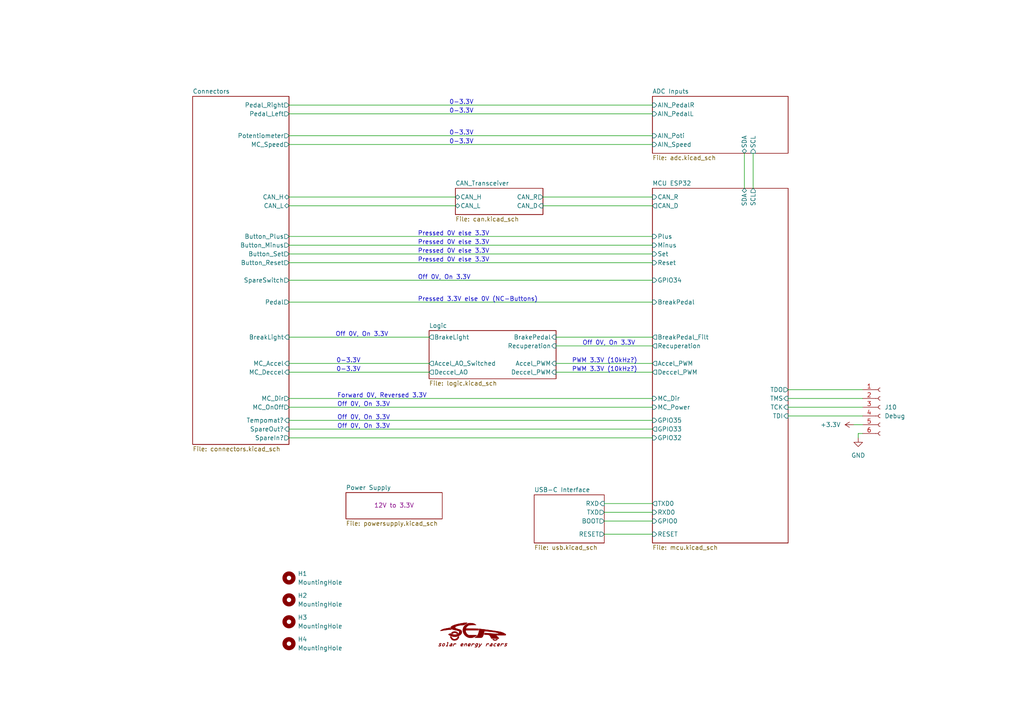
<source format=kicad_sch>
(kicad_sch
	(version 20250114)
	(generator "eeschema")
	(generator_version "9.0")
	(uuid "ea108ab4-4341-4ce5-9e9f-23df8de995fe")
	(paper "A4")
	(title_block
		(title "Drive Controller")
		(date "2025-11-02")
		(rev "0")
		(company "Solar Energy Racers")
	)
	(lib_symbols
		(symbol "Connector:Conn_01x06_Socket"
			(pin_names
				(offset 1.016)
				(hide yes)
			)
			(exclude_from_sim no)
			(in_bom yes)
			(on_board yes)
			(property "Reference" "J"
				(at 0 7.62 0)
				(effects
					(font
						(size 1.27 1.27)
					)
				)
			)
			(property "Value" "Conn_01x06_Socket"
				(at 0 -10.16 0)
				(effects
					(font
						(size 1.27 1.27)
					)
				)
			)
			(property "Footprint" ""
				(at 0 0 0)
				(effects
					(font
						(size 1.27 1.27)
					)
					(hide yes)
				)
			)
			(property "Datasheet" "~"
				(at 0 0 0)
				(effects
					(font
						(size 1.27 1.27)
					)
					(hide yes)
				)
			)
			(property "Description" "Generic connector, single row, 01x06, script generated"
				(at 0 0 0)
				(effects
					(font
						(size 1.27 1.27)
					)
					(hide yes)
				)
			)
			(property "ki_locked" ""
				(at 0 0 0)
				(effects
					(font
						(size 1.27 1.27)
					)
				)
			)
			(property "ki_keywords" "connector"
				(at 0 0 0)
				(effects
					(font
						(size 1.27 1.27)
					)
					(hide yes)
				)
			)
			(property "ki_fp_filters" "Connector*:*_1x??_*"
				(at 0 0 0)
				(effects
					(font
						(size 1.27 1.27)
					)
					(hide yes)
				)
			)
			(symbol "Conn_01x06_Socket_1_1"
				(polyline
					(pts
						(xy -1.27 5.08) (xy -0.508 5.08)
					)
					(stroke
						(width 0.1524)
						(type default)
					)
					(fill
						(type none)
					)
				)
				(polyline
					(pts
						(xy -1.27 2.54) (xy -0.508 2.54)
					)
					(stroke
						(width 0.1524)
						(type default)
					)
					(fill
						(type none)
					)
				)
				(polyline
					(pts
						(xy -1.27 0) (xy -0.508 0)
					)
					(stroke
						(width 0.1524)
						(type default)
					)
					(fill
						(type none)
					)
				)
				(polyline
					(pts
						(xy -1.27 -2.54) (xy -0.508 -2.54)
					)
					(stroke
						(width 0.1524)
						(type default)
					)
					(fill
						(type none)
					)
				)
				(polyline
					(pts
						(xy -1.27 -5.08) (xy -0.508 -5.08)
					)
					(stroke
						(width 0.1524)
						(type default)
					)
					(fill
						(type none)
					)
				)
				(polyline
					(pts
						(xy -1.27 -7.62) (xy -0.508 -7.62)
					)
					(stroke
						(width 0.1524)
						(type default)
					)
					(fill
						(type none)
					)
				)
				(arc
					(start 0 4.572)
					(mid -0.5058 5.08)
					(end 0 5.588)
					(stroke
						(width 0.1524)
						(type default)
					)
					(fill
						(type none)
					)
				)
				(arc
					(start 0 2.032)
					(mid -0.5058 2.54)
					(end 0 3.048)
					(stroke
						(width 0.1524)
						(type default)
					)
					(fill
						(type none)
					)
				)
				(arc
					(start 0 -0.508)
					(mid -0.5058 0)
					(end 0 0.508)
					(stroke
						(width 0.1524)
						(type default)
					)
					(fill
						(type none)
					)
				)
				(arc
					(start 0 -3.048)
					(mid -0.5058 -2.54)
					(end 0 -2.032)
					(stroke
						(width 0.1524)
						(type default)
					)
					(fill
						(type none)
					)
				)
				(arc
					(start 0 -5.588)
					(mid -0.5058 -5.08)
					(end 0 -4.572)
					(stroke
						(width 0.1524)
						(type default)
					)
					(fill
						(type none)
					)
				)
				(arc
					(start 0 -8.128)
					(mid -0.5058 -7.62)
					(end 0 -7.112)
					(stroke
						(width 0.1524)
						(type default)
					)
					(fill
						(type none)
					)
				)
				(pin passive line
					(at -5.08 5.08 0)
					(length 3.81)
					(name "Pin_1"
						(effects
							(font
								(size 1.27 1.27)
							)
						)
					)
					(number "1"
						(effects
							(font
								(size 1.27 1.27)
							)
						)
					)
				)
				(pin passive line
					(at -5.08 2.54 0)
					(length 3.81)
					(name "Pin_2"
						(effects
							(font
								(size 1.27 1.27)
							)
						)
					)
					(number "2"
						(effects
							(font
								(size 1.27 1.27)
							)
						)
					)
				)
				(pin passive line
					(at -5.08 0 0)
					(length 3.81)
					(name "Pin_3"
						(effects
							(font
								(size 1.27 1.27)
							)
						)
					)
					(number "3"
						(effects
							(font
								(size 1.27 1.27)
							)
						)
					)
				)
				(pin passive line
					(at -5.08 -2.54 0)
					(length 3.81)
					(name "Pin_4"
						(effects
							(font
								(size 1.27 1.27)
							)
						)
					)
					(number "4"
						(effects
							(font
								(size 1.27 1.27)
							)
						)
					)
				)
				(pin passive line
					(at -5.08 -5.08 0)
					(length 3.81)
					(name "Pin_5"
						(effects
							(font
								(size 1.27 1.27)
							)
						)
					)
					(number "5"
						(effects
							(font
								(size 1.27 1.27)
							)
						)
					)
				)
				(pin passive line
					(at -5.08 -7.62 0)
					(length 3.81)
					(name "Pin_6"
						(effects
							(font
								(size 1.27 1.27)
							)
						)
					)
					(number "6"
						(effects
							(font
								(size 1.27 1.27)
							)
						)
					)
				)
			)
			(embedded_fonts no)
		)
		(symbol "Imported_Symbols:LOGO"
			(pin_names
				(offset 1.016)
			)
			(exclude_from_sim no)
			(in_bom yes)
			(on_board yes)
			(property "Reference" "#G"
				(at 0 2.9821 0)
				(effects
					(font
						(size 1.27 1.27)
					)
					(hide yes)
				)
			)
			(property "Value" "LOGO"
				(at 0 -2.9821 0)
				(effects
					(font
						(size 1.27 1.27)
					)
					(hide yes)
				)
			)
			(property "Footprint" ""
				(at 0 0 0)
				(effects
					(font
						(size 1.27 1.27)
					)
					(hide yes)
				)
			)
			(property "Datasheet" ""
				(at 0 0 0)
				(effects
					(font
						(size 1.27 1.27)
					)
					(hide yes)
				)
			)
			(property "Description" ""
				(at 0 0 0)
				(effects
					(font
						(size 1.27 1.27)
					)
					(hide yes)
				)
			)
			(symbol "LOGO_0_0"
				(polyline
					(pts
						(xy -9.5354 -3.2731) (xy -9.3896 -3.2121) (xy -9.3274 -3.1579) (xy -9.2711 -3.0323) (xy -9.3155 -2.9047)
						(xy -9.4581 -2.7902) (xy -9.4826 -2.7767) (xy -9.6099 -2.6903) (xy -9.6343 -2.6327) (xy -9.5567 -2.6057)
						(xy -9.3777 -2.611) (xy -9.2641 -2.6188) (xy -9.1461 -2.6095) (xy -9.1098 -2.57) (xy -9.1377 -2.5079)
						(xy -9.2405 -2.456) (xy -9.3882 -2.4391) (xy -9.5481 -2.4601) (xy -9.6873 -2.5215) (xy -9.7344 -2.5592)
						(xy -9.7993 -2.6704) (xy -9.7577 -2.7826) (xy -9.6102 -2.8936) (xy -9.4761 -2.9843) (xy -9.4463 -3.0519)
						(xy -9.5207 -3.0959) (xy -9.6992 -3.1154) (xy -9.7784 -3.1179) (xy -9.9278 -3.1253) (xy -9.9962 -3.1392)
						(xy -10.003 -3.1668) (xy -9.9672 -3.2151) (xy -9.8709 -3.2712) (xy -9.7105 -3.2929) (xy -9.5354 -3.2731)
					)
					(stroke
						(width 0.01)
						(type default)
					)
					(fill
						(type outline)
					)
				)
				(polyline
					(pts
						(xy -9.2968 1.1706) (xy -9.1526 1.1932) (xy -8.9333 1.2299) (xy -8.6236 1.2821) (xy -8.6194 1.2828)
						(xy -8.2555 1.3384) (xy -7.8368 1.3941) (xy -7.4147 1.4435) (xy -7.0406 1.48) (xy -6.2306 1.5482)
						(xy -6.4109 1.7182) (xy -6.4613 1.7695) (xy -6.5543 1.8908) (xy -6.5912 1.9827) (xy -6.5911 1.9974)
						(xy -6.5945 2.0277) (xy -6.6133 2.0474) (xy -6.6603 2.0553) (xy -6.7484 2.0502) (xy -6.8905 2.031)
						(xy -7.0995 1.9965) (xy -7.3883 1.9456) (xy -7.7697 1.8772) (xy -7.9411 1.8451) (xy -8.3807 1.7468)
						(xy -8.7373 1.6381) (xy -9.0288 1.5127) (xy -9.2732 1.3646) (xy -9.2939 1.3494) (xy -9.3916 1.2634)
						(xy -9.4313 1.2021) (xy -9.4323 1.1901) (xy -9.4338 1.1718) (xy -9.4221 1.1615) (xy -9.3815 1.1606)
						(xy -9.2968 1.1706)
					)
					(stroke
						(width 0.01)
						(type default)
					)
					(fill
						(type outline)
					)
				)
				(polyline
					(pts
						(xy -8.4659 -3.2541) (xy -8.3058 -3.1428) (xy -8.1871 -2.9816) (xy -8.1176 -2.7994) (xy -8.1063 -2.6303)
						(xy -8.1605 -2.507) (xy -8.2698 -2.4543) (xy -8.4306 -2.4588) (xy -8.5969 -2.5212) (xy -8.7309 -2.6331)
						(xy -8.7998 -2.7424) (xy -8.8653 -2.9232) (xy -8.8793 -3.0694) (xy -8.7318 -3.0694) (xy -8.7175 -2.9424)
						(xy -8.7147 -2.9261) (xy -8.6744 -2.777) (xy -8.6235 -2.6745) (xy -8.5606 -2.6324) (xy -8.4349 -2.6025)
						(xy -8.3077 -2.6059) (xy -8.2294 -2.6463) (xy -8.2252 -2.6561) (xy -8.2296 -2.7515) (xy -8.2674 -2.8867)
						(xy -8.3233 -3.0159) (xy -8.3817 -3.0937) (xy -8.4615 -3.1205) (xy -8.5943 -3.1339) (xy -8.6156 -3.134)
						(xy -8.7045 -3.1228) (xy -8.7318 -3.0694) (xy -8.8793 -3.0694) (xy -8.8816 -3.0936) (xy -8.8414 -3.2157)
						(xy -8.7833 -3.2637) (xy -8.6357 -3.2958) (xy -8.4659 -3.2541)
					)
					(stroke
						(width 0.01)
						(type default)
					)
					(fill
						(type outline)
					)
				)
				(polyline
					(pts
						(xy -7.4917 -3.2933) (xy -7.3456 -3.2719) (xy -7.2599 -3.2351) (xy -7.2499 -3.1923) (xy -7.331 -3.153)
						(xy -7.3371 -3.1514) (xy -7.3837 -3.1329) (xy -7.4036 -3.0955) (xy -7.3948 -3.0186) (xy -7.3551 -2.8816)
						(xy -7.2826 -2.6638) (xy -7.207 -2.4226) (xy -7.1726 -2.253) (xy -7.186 -2.1571) (xy -7.2493 -2.1227)
						(xy -7.3643 -2.1376) (xy -7.4111 -2.1524) (xy -7.49 -2.2051) (xy -7.4883 -2.2551) (xy -7.3998 -2.2774)
						(xy -7.36 -2.2806) (xy -7.3337 -2.3046) (xy -7.3366 -2.3697) (xy -7.3706 -2.4961) (xy -7.4372 -2.7037)
						(xy -7.4827 -2.837) (xy -7.5546 -3.013) (xy -7.6182 -3.1104) (xy -7.6827 -3.1458) (xy -7.7452 -3.1659)
						(xy -7.8106 -3.2285) (xy -7.8069 -3.2574) (xy -7.7325 -3.2865) (xy -7.5634 -3.2955) (xy -7.4917 -3.2933)
					)
					(stroke
						(width 0.01)
						(type default)
					)
					(fill
						(type outline)
					)
				)
				(polyline
					(pts
						(xy -6.4076 -3.2763) (xy -6.1436 -3.2647) (xy -6.0501 -2.9988) (xy -6.0416 -2.9744) (xy -5.973 -2.747)
						(xy -5.9556 -2.5965) (xy -5.9903 -2.5067) (xy -6.0779 -2.4612) (xy -6.1973 -2.4426) (xy -6.3418 -2.4614)
						(xy -6.4171 -2.5319) (xy -6.394 -2.5808) (xy -6.2742 -2.5989) (xy -6.1555 -2.6162) (xy -6.1089 -2.6793)
						(xy -6.1133 -2.7035) (xy -6.1758 -2.7467) (xy -6.3257 -2.7596) (xy -6.3349 -2.7597) (xy -6.5265 -2.7905)
						(xy -6.674 -2.8912) (xy -6.7125 -2.9339) (xy -6.7732 -3.041) (xy -6.6349 -3.041) (xy -6.589 -2.9815)
						(xy -6.4846 -2.9377) (xy -6.3615 -2.9218) (xy -6.259 -2.9383) (xy -6.2161 -2.9918) (xy -6.2269 -3.0339)
						(xy -6.3009 -3.1022) (xy -6.3795 -3.1219) (xy -6.5191 -3.1347) (xy -6.5203 -3.1347) (xy -6.619 -3.1136)
						(xy -6.6349 -3.041) (xy -6.7732 -3.041) (xy -6.789 -3.0689) (xy -6.7994 -3.1875) (xy -6.7386 -3.2604)
						(xy -6.7033 -3.2686) (xy -6.5757 -3.2778) (xy -6.4076 -3.2763)
					)
					(stroke
						(width 0.01)
						(type default)
					)
					(fill
						(type outline)
					)
				)
				(polyline
					(pts
						(xy -5.7082 -3.2661) (xy -5.6439 -3.1726) (xy -5.586 -3.0397) (xy -5.5742 -3.008) (xy -5.4931 -2.8688)
						(xy -5.3821 -2.7465) (xy -5.2611 -2.6539) (xy -5.15 -2.6039) (xy -5.0687 -2.6096) (xy -5.0372 -2.6837)
						(xy -5.0284 -2.7286) (xy -4.9821 -2.7486) (xy -4.9242 -2.7049) (xy -4.8867 -2.6127) (xy -4.8909 -2.5463)
						(xy -4.9598 -2.4749) (xy -5.0868 -2.4632) (xy -5.2489 -2.5171) (xy -5.2496 -2.5175) (xy -5.359 -2.5691)
						(xy -5.4037 -2.5666) (xy -5.4123 -2.5084) (xy -5.4126 -2.4865) (xy -5.428 -2.4448) (xy -5.484 -2.4936)
						(xy -5.505 -2.523) (xy -5.568 -2.6444) (xy -5.6423 -2.8141) (xy -5.7132 -2.9959) (xy -5.7665 -3.1537)
						(xy -5.7874 -3.2512) (xy -5.7871 -3.2619) (xy -5.7617 -3.3019) (xy -5.7082 -3.2661)
					)
					(stroke
						(width 0.01)
						(type default)
					)
					(fill
						(type outline)
					)
				)
				(polyline
					(pts
						(xy -5.1786 -1.6132) (xy -4.8631 -1.5451) (xy -4.5788 -1.4218) (xy -4.36 -1.251) (xy -4.2404 -1.0901)
						(xy -4.1302 -0.891) (xy -4.05 -0.6951) (xy -4.0191 -0.5422) (xy -4.0199 -0.4899) (xy -4.0368 -0.4409)
						(xy -4.0974 -0.4442) (xy -4.2297 -0.4932) (xy -4.3833 -0.5776) (xy -4.5045 -0.7311) (xy -4.559 -0.8326)
						(xy -4.7362 -1.021) (xy -4.9728 -1.1609) (xy -5.2383 -1.237) (xy -5.5024 -1.2341) (xy -5.6096 -1.2002)
						(xy -5.8088 -1.0815) (xy -5.9868 -0.916) (xy -6.1038 -0.737) (xy -6.1974 -0.6118) (xy -6.3783 -0.4996)
						(xy -6.4441 -0.4722) (xy -6.5438 -0.4381) (xy -6.5838 -0.4486) (xy -6.5912 -0.5044) (xy -6.5863 -0.5481)
						(xy -6.5344 -0.7047) (xy -6.441 -0.8987) (xy -6.3246 -1.0969) (xy -6.204 -1.2664) (xy -6.098 -1.3742)
						(xy -6.0937 -1.3772) (xy -5.922 -1.4797) (xy -5.74 -1.5637) (xy -5.4913 -1.6184) (xy -5.1786 -1.6132)
					)
					(stroke
						(width 0.01)
						(type default)
					)
					(fill
						(type outline)
					)
				)
				(polyline
					(pts
						(xy -5.0169 -0.5364) (xy -4.7961 -0.5065) (xy -4.7015 -0.491) (xy -4.3126 -0.3872) (xy -3.9638 -0.2308)
						(xy -3.6663 -0.0322) (xy -3.4312 0.1982) (xy -3.2697 0.45) (xy -3.1926 0.7128) (xy -3.2112 0.9764)
						(xy -3.2166 0.9962) (xy -3.2691 1.1559) (xy -3.3375 1.2825) (xy -3.4364 1.3853) (xy -3.5808 1.4736)
						(xy -3.7854 1.5566) (xy -4.0651 1.6438) (xy -4.4347 1.7443) (xy -4.4942 1.7606) (xy -4.713 1.8303)
						(xy -4.8968 1.9032) (xy -5.0108 1.9658) (xy -5.1021 2.0585) (xy -5.142 2.1865) (xy -5.083 2.3102)
						(xy -4.9301 2.4275) (xy -4.6881 2.5363) (xy -4.362 2.6346) (xy -3.9566 2.7203) (xy -3.4768 2.7914)
						(xy -2.9275 2.8457) (xy -2.86 2.851) (xy -2.6568 2.871) (xy -2.5075 2.9008) (xy -2.377 2.9538)
						(xy -2.23 3.043) (xy -2.0313 3.1816) (xy -1.9505 3.2402) (xy -1.7773 3.3774) (xy -1.6773 3.477)
						(xy -1.66 3.5302) (xy -1.7029 3.5451) (xy -1.844 3.5514) (xy -2.0634 3.5406) (xy -2.3454 3.5144)
						(xy -2.6738 3.4748) (xy -3.0326 3.4234) (xy -3.406 3.362) (xy -3.7779 3.2926) (xy -4.4237 3.1521)
						(xy -5.0079 2.9987) (xy -5.4969 2.8396) (xy -5.889 2.676) (xy -6.1826 2.5087) (xy -6.3759 2.3388)
						(xy -6.4671 2.1672) (xy -6.4546 1.995) (xy -6.3367 1.823) (xy -6.2891 1.7766) (xy -6.2199 1.7187)
						(xy -6.1391 1.6695) (xy -6.0311 1.6234) (xy -5.8805 1.5752) (xy -5.6717 1.5194) (xy -5.3894 1.4507)
						(xy -5.0181 1.3636) (xy -4.7758 1.3056) (xy -4.4997 1.2355) (xy -4.2723 1.173) (xy -4.1121 1.1235)
						(xy -4.038 1.0921) (xy -4.0059 1.0586) (xy -3.9582 0.9194) (xy -3.9827 0.7457) (xy -4.0694 0.5606)
						(xy -4.2087 0.3874) (xy -4.3909 0.2495) (xy -4.6265 0.1578) (xy -4.9467 0.1022) (xy -5.3059 0.0909)
						(xy -5.6738 0.1229) (xy -6.0207 0.1972) (xy -6.3163 0.3128) (xy -6.5659 0.4434) (xy -6.8522 0.2983)
						(xy -7.1385 0.1532) (xy -6.9649 0.0071) (xy -6.6113 -0.2281) (xy -6.1748 -0.4053) (xy -5.6806 -0.5104)
						(xy -5.5155 -0.5311) (xy -5.3323 -0.5485) (xy -5.1809 -0.5504) (xy -5.0169 -0.5364)
					)
					(stroke
						(width 0.01)
						(type default)
					)
					(fill
						(type outline)
					)
				)
				(polyline
					(pts
						(xy -4.4255 0.3771) (xy -4.4238 0.3782) (xy -4.3271 0.4527) (xy -4.287 0.5053) (xy -4.2926 0.5249)
						(xy -4.3594 0.6088) (xy -4.4796 0.7173) (xy -4.6255 0.8268) (xy -4.7693 0.9137) (xy -4.8119 0.9329)
						(xy -5.0418 0.9893) (xy -5.3132 1.0038) (xy -5.5799 0.9766) (xy -5.7956 0.9079) (xy -5.8738 0.8666)
						(xy -6.085 0.7373) (xy -6.2213 0.623) (xy -6.2697 0.534) (xy -6.2697 0.5337) (xy -6.2262 0.458)
						(xy -6.1223 0.3813) (xy -6.0692 0.3551) (xy -5.9719 0.3325) (xy -5.8946 0.3731) (xy -5.785 0.4558)
						(xy -5.5058 0.5794) (xy -5.2111 0.6053) (xy -4.9204 0.5336) (xy -4.6532 0.3645) (xy -4.6042 0.3276)
						(xy -4.5318 0.3195) (xy -4.4255 0.3771)
					)
					(stroke
						(width 0.01)
						(type default)
					)
					(fill
						(type outline)
					)
				)
				(polyline
					(pts
						(xy -3.1048 -3.2704) (xy -2.9863 -3.2322) (xy -2.9575 -3.1875) (xy -3.0221 -3.1503) (xy -3.184 -3.1347)
						(xy -3.2811 -3.1319) (xy -3.3953 -3.1085) (xy -3.4296 -3.0572) (xy -3.4154 -3.022) (xy -3.3284 -2.9839)
						(xy -3.1493 -2.9634) (xy -3.053 -2.9566) (xy -2.9269 -2.9343) (xy -2.8589 -2.8865) (xy -2.8165 -2.797)
						(xy -2.7957 -2.7025) (xy -2.8231 -2.5622) (xy -2.9167 -2.4722) (xy -3.0544 -2.4409) (xy -3.2138 -2.4764)
						(xy -3.3728 -2.5874) (xy -3.4828 -2.7337) (xy -3.4854 -2.74) (xy -3.3705 -2.74) (xy -3.2989 -2.6552)
						(xy -3.1987 -2.6125) (xy -3.0725 -2.6094) (xy -2.9656 -2.6425) (xy -2.9205 -2.7061) (xy -2.9236 -2.7255)
						(xy -2.9891 -2.7768) (xy -3.1483 -2.8029) (xy -3.2129 -2.8059) (xy -3.3414 -2.7907) (xy -3.3705 -2.74)
						(xy -3.4854 -2.74) (xy -3.5582 -2.9164) (xy -3.5783 -3.0894) (xy -3.5342 -3.2183) (xy -3.527 -3.2262)
						(xy -3.4168 -3.2785) (xy -3.2241 -3.2847) (xy -3.1048 -3.2704)
					)
					(stroke
						(width 0.01)
						(type default)
					)
					(fill
						(type outline)
					)
				)
				(polyline
					(pts
						(xy -2.5125 -3.2582) (xy -2.4574 -3.1653) (xy -2.4036 -3.0223) (xy -2.3703 -2.9371) (xy -2.2563 -2.7682)
						(xy -2.11 -2.646) (xy -1.9611 -2.5989) (xy -1.906 -2.6118) (xy -1.8806 -2.6694) (xy -1.8957 -2.7902)
						(xy -1.9508 -2.9923) (xy -1.9735 -3.0784) (xy -1.9927 -3.2073) (xy -1.9802 -3.2703) (xy -1.9597 -3.2762)
						(xy -1.9013 -3.226) (xy -1.8368 -3.0761) (xy -1.7644 -2.8232) (xy -1.7447 -2.7424) (xy -1.7203 -2.607)
						(xy -1.7288 -2.5325) (xy -1.7708 -2.4895) (xy -1.8329 -2.4685) (xy -1.956 -2.4778) (xy -2.0551 -2.5003)
						(xy -2.2082 -2.5112) (xy -2.2835 -2.517) (xy -2.3445 -2.5569) (xy -2.3982 -2.654) (xy -2.4628 -2.8314)
						(xy -2.5134 -2.9897) (xy -2.5559 -3.142) (xy -2.5722 -3.2287) (xy -2.5553 -3.2844) (xy -2.5125 -3.2582)
					)
					(stroke
						(width 0.01)
						(type default)
					)
					(fill
						(type outline)
					)
				)
				(polyline
					(pts
						(xy -1.1129 -3.2848) (xy -0.9692 -3.2689) (xy -0.8481 -3.2325) (xy -0.8185 -3.1891) (xy -0.8847 -3.1494)
						(xy -1.0508 -3.1244) (xy -1.1969 -3.107) (xy -1.313 -3.0683) (xy -1.3267 -3.0246) (xy -1.2384 -2.9888)
						(xy -1.0482 -2.974) (xy -0.9127 -2.9719) (xy -0.7968 -2.9558) (xy -0.734 -2.913) (xy -0.6932 -2.8308)
						(xy -0.6537 -2.6648) (xy -0.6925 -2.5453) (xy -0.8199 -2.4683) (xy -0.9618 -2.4477) (xy -1.1459 -2.5036)
						(xy -1.3042 -2.6431) (xy -1.3297 -2.6908) (xy -1.2337 -2.6908) (xy -1.1478 -2.6314) (xy -1.1219 -2.6221)
						(xy -0.9627 -2.5948) (xy -0.848 -2.6247) (xy -0.8039 -2.7061) (xy -0.816 -2.7679) (xy -0.878 -2.8042)
						(xy -1.0182 -2.8132) (xy -1.1401 -2.799) (xy -1.227 -2.7526) (xy -1.2337 -2.6908) (xy -1.3297 -2.6908)
						(xy -1.4162 -2.8529) (xy -1.4383 -2.9223) (xy -1.4678 -3.0845) (xy -1.4423 -3.1969) (xy -1.4381 -3.2045)
						(xy -1.3823 -3.2634) (xy -1.2845 -3.2873) (xy -1.1129 -3.2848)
					)
					(stroke
						(width 0.01)
						(type default)
					)
					(fill
						(type outline)
					)
				)
				(polyline
					(pts
						(xy -0.4067 -3.2712) (xy -0.3392 -3.1781) (xy -0.2712 -3.0358) (xy -0.2676 -3.0268) (xy -0.1849 -2.8807)
						(xy -0.0737 -2.7528) (xy 0.0466 -2.6558) (xy 0.1566 -2.6027) (xy 0.2368 -2.6062) (xy 0.2679 -2.6793)
						(xy 0.2772 -2.7167) (xy 0.3482 -2.7596) (xy 0.4 -2.7343) (xy 0.4286 -2.6293) (xy 0.4227 -2.5764)
						(xy 0.3554 -2.4827) (xy 0.2272 -2.4612) (xy 0.0562 -2.5171) (xy 0.0555 -2.5175) (xy -0.0539 -2.5691)
						(xy -0.0987 -2.5666) (xy -0.1072 -2.5084) (xy -0.1167 -2.4558) (xy -0.1548 -2.461) (xy -0.2131 -2.541)
						(xy -0.2814 -2.6812) (xy -0.3499 -2.8668) (xy -0.3906 -2.993) (xy -0.4411 -3.146) (xy -0.4719 -3.2358)
						(xy -0.4773 -3.2733) (xy -0.4299 -3.287) (xy -0.4067 -3.2712)
					)
					(stroke
						(width 0.01)
						(type default)
					)
					(fill
						(type outline)
					)
				)
				(polyline
					(pts
						(xy -0.0644 -0.7863) (xy 0.4018 -0.6011) (xy 0.8707 -0.3103) (xy 0.9816 -0.225) (xy 1.0852 -0.1333)
						(xy 1.1252 -0.0803) (xy 1.1123 -0.0738) (xy 1.0136 -0.0624) (xy 0.8304 -0.0533) (xy 0.5779 -0.047)
						(xy 0.2713 -0.044) (xy -0.0743 -0.0446) (xy -1.2738 -0.0535) (xy -1.5077 0.114) (xy -1.5943 0.1816)
						(xy -1.8313 0.4375) (xy -1.9985 0.735) (xy -2.0778 1.0446) (xy -2.1034 1.3115) (xy -0.2346 1.3256)
						(xy 1.6343 1.3397) (xy 1.6504 1.5593) (xy 1.6665 1.7789) (xy 1.2217 1.8135) (xy 1.0991 1.8207)
						(xy 0.855 1.8296) (xy 0.5396 1.8372) (xy 0.1732 1.8431) (xy -0.2234 1.847) (xy -0.6297 1.8485)
						(xy -0.9884 1.8495) (xy -1.3283 1.8525) (xy -1.6171 1.8571) (xy -1.8407 1.863) (xy -1.9851 1.87)
						(xy -2.0364 1.8777) (xy -2.0298 1.9152) (xy -1.9711 2.0443) (xy -1.8684 2.2065) (xy -1.7426 2.3707)
						(xy -1.6147 2.5059) (xy -1.5457 2.565) (xy -1.3891 2.6726) (xy -1.2117 2.7524) (xy -0.9963 2.8082)
						(xy -0.7257 2.8438) (xy -0.3827 2.8628) (xy 0.0498 2.8691) (xy 0.9377 2.8713) (xy 0.7533 3.0289)
						(xy 0.6025 3.1388) (xy 0.2517 3.2989) (xy -0.1822 3.3959) (xy -0.6967 3.4288) (xy -0.7011 3.4288)
						(xy -0.9625 3.4266) (xy -1.1505 3.4149) (xy -1.2985 3.3879) (xy -1.4398 3.3395) (xy -1.6077 3.2636)
						(xy -1.9057 3.092) (xy -2.2045 2.8668) (xy -2.4668 2.618) (xy -2.6597 2.3734) (xy -2.7244 2.2582)
						(xy -2.8538 1.9142) (xy -2.9248 1.5316) (xy -2.9282 1.1523) (xy -2.9076 1.0007) (xy -2.7822 0.5778)
						(xy -2.5688 0.1818) (xy -2.2814 -0.1721) (xy -1.9341 -0.4683) (xy -1.5409 -0.6917) (xy -1.1159 -0.8268)
						(xy -1.009 -0.8454) (xy -0.5329 -0.8673) (xy -0.0644 -0.7863)
					)
					(stroke
						(width 0.01)
						(type default)
					)
					(fill
						(type outline)
					)
				)
				(polyline
					(pts
						(xy 0.9277 -3.5862) (xy 1.0756 -3.5258) (xy 1.1547 -3.4642) (xy 1.2286 -3.362) (xy 1.303 -3.2005)
						(xy 1.3902 -2.9573) (xy 1.4631 -2.7359) (xy 1.5029 -2.5979) (xy 1.5117 -2.5256) (xy 1.4917 -2.5015)
						(xy 1.4449 -2.5077) (xy 1.3791 -2.5147) (xy 1.3097 -2.4867) (xy 1.2835 -2.4565) (xy 1.1799 -2.4293)
						(xy 1.0469 -2.4707) (xy 0.9075 -2.5665) (xy 0.7847 -2.7025) (xy 0.7015 -2.8643) (xy 0.6714 -2.9754)
						(xy 0.6752 -3.0172) (xy 0.8275 -3.0172) (xy 0.8367 -2.9213) (xy 0.8812 -2.7851) (xy 0.9361 -2.6732)
						(xy 1.0056 -2.6127) (xy 1.1106 -2.6086) (xy 1.2229 -2.6549) (xy 1.2818 -2.7577) (xy 1.2658 -2.8824)
						(xy 1.17 -2.9956) (xy 1.0509 -3.0581) (xy 0.9177 -3.0777) (xy 0.832 -3.0299) (xy 0.8275 -3.0172)
						(xy 0.6752 -3.0172) (xy 0.68 -3.0695) (xy 0.749 -3.1574) (xy 0.8038 -3.2065) (xy 0.8926 -3.2375)
						(xy 1.018 -3.2048) (xy 1.0677 -3.1871) (xy 1.1584 -3.1722) (xy 1.1661 -3.2197) (xy 1.0954 -3.3372)
						(xy 1.0799 -3.3577) (xy 0.9728 -3.4342) (xy 0.8038 -3.4563) (xy 0.7827 -3.4565) (xy 0.6301 -3.4757)
						(xy 0.5554 -3.5204) (xy 0.573 -3.5828) (xy 0.6275 -3.6089) (xy 0.7641 -3.6155) (xy 0.9277 -3.5862)
					)
					(stroke
						(width 0.01)
						(type default)
					)
					(fill
						(type outline)
					)
				)
				(polyline
					(pts
						(xy 1.717 -3.6072) (xy 1.8316 -3.55) (xy 1.8644 -3.5185) (xy 1.9617 -3.4096) (xy 2.0944 -3.2508)
						(xy 2.2437 -3.0643) (xy 2.288 -3.0072) (xy 2.4559 -2.7763) (xy 2.5492 -2.6158) (xy 2.5695 -2.5221)
						(xy 2.5185 -2.4917) (xy 2.5059 -2.493) (xy 2.4649 -2.5365) (xy 2.444 -2.5833) (xy 2.372 -2.6936)
						(xy 2.2664 -2.8361) (xy 2.1874 -2.935) (xy 2.1065 -3.0204) (xy 2.0593 -3.0358) (xy 2.029 -2.9923)
						(xy 2.0253 -2.982) (xy 1.9991 -2.854) (xy 1.9864 -2.6927) (xy 1.9849 -2.6566) (xy 1.9648 -2.5391)
						(xy 1.9301 -2.4917) (xy 1.8906 -2.5106) (xy 1.8508 -2.6121) (xy 1.8429 -2.7826) (xy 1.8696 -3.0008)
						(xy 1.8829 -3.0889) (xy 1.8735 -3.29) (xy 1.7961 -3.414) (xy 1.6528 -3.4563) (xy 1.5981 -3.4698)
						(xy 1.5539 -3.5366) (xy 1.5562 -3.5557) (xy 1.6127 -3.6084) (xy 1.717 -3.6072)
					)
					(stroke
						(width 0.01)
						(type default)
					)
					(fill
						(type outline)
					)
				)
				(polyline
					(pts
						(xy 3.9047 -3.2023) (xy 3.9727 -3.0243) (xy 4.0427 -2.868) (xy 4.2082 -2.705) (xy 4.3202 -2.6447)
						(xy 4.4507 -2.6026) (xy 4.5289 -2.6136) (xy 4.5354 -2.6793) (xy 4.5292 -2.7241) (xy 4.5833 -2.7596)
						(xy 4.6432 -2.718) (xy 4.6614 -2.6233) (xy 4.6389 -2.5208) (xy 4.5767 -2.4556) (xy 4.5635 -2.452)
						(xy 4.4505 -2.4608) (xy 4.3088 -2.51) (xy 4.2848 -2.5214) (xy 4.1781 -2.5663) (xy 4.1344 -2.5614)
						(xy 4.1261 -2.5062) (xy 4.1257 -2.4837) (xy 4.1099 -2.4444) (xy 4.0525 -2.4936) (xy 4.0519 -2.4942)
						(xy 3.9989 -2.5816) (xy 3.9354 -2.7269) (xy 3.8722 -2.899) (xy 3.8198 -3.0666) (xy 3.7889 -3.1984)
						(xy 3.7901 -3.2632) (xy 3.839 -3.2777) (xy 3.9047 -3.2023)
					)
					(stroke
						(width 0.01)
						(type default)
					)
					(fill
						(type outline)
					)
				)
				(polyline
					(pts
						(xy 5.2326 -3.2811) (xy 5.5195 -3.2687) (xy 5.6316 -2.9319) (xy 5.6651 -2.8241) (xy 5.703 -2.6293)
						(xy 5.6783 -2.5096) (xy 5.586 -2.4534) (xy 5.4209 -2.4488) (xy 5.3867 -2.4525) (xy 5.2562 -2.488)
						(xy 5.2083 -2.5369) (xy 5.2482 -2.5802) (xy 5.3809 -2.5989) (xy 5.4057 -2.5992) (xy 5.5333 -2.6205)
						(xy 5.5729 -2.6793) (xy 5.5655 -2.7097) (xy 5.4971 -2.7482) (xy 5.3419 -2.7596) (xy 5.1547 -2.7814)
						(xy 4.9936 -2.8689) (xy 4.9743 -2.8887) (xy 4.8991 -3.0177) (xy 4.895 -3.041) (xy 5.047 -3.041)
						(xy 5.0928 -2.9815) (xy 5.1973 -2.9377) (xy 5.3204 -2.9218) (xy 5.4229 -2.9383) (xy 5.4657 -2.9918)
						(xy 5.4549 -3.0339) (xy 5.381 -3.1022) (xy 5.3024 -3.1219) (xy 5.1627 -3.1347) (xy 5.1616 -3.1347)
						(xy 5.0629 -3.1136) (xy 5.047 -3.041) (xy 4.895 -3.041) (xy 4.8748 -3.1561) (xy 4.911 -3.2588)
						(xy 4.9464 -3.2711) (xy 5.0659 -3.282) (xy 5.2326 -3.2811)
					)
					(stroke
						(width 0.01)
						(type default)
					)
					(fill
						(type outline)
					)
				)
				(polyline
					(pts
						(xy 6.4174 -3.2749) (xy 6.5373 -3.2375) (xy 6.5823 -3.191) (xy 6.5442 -3.1515) (xy 6.4145 -3.1347)
						(xy 6.3954 -3.1345) (xy 6.2279 -3.097) (xy 6.1358 -3.0059) (xy 6.1332 -2.8742) (xy 6.1965 -2.7558)
						(xy 6.3414 -2.6547) (xy 6.5721 -2.6007) (xy 6.6116 -2.5953) (xy 6.7574 -2.5592) (xy 6.815 -2.5157)
						(xy 6.7792 -2.4757) (xy 6.6447 -2.4503) (xy 6.5785 -2.4496) (xy 6.3528 -2.5086) (xy 6.1566 -2.6477)
						(xy 6.0223 -2.8463) (xy 5.9754 -2.9777) (xy 5.9763 -3.0703) (xy 6.0287 -3.1695) (xy 6.0883 -3.2426)
						(xy 6.1816 -3.2845) (xy 6.3355 -3.285) (xy 6.4174 -3.2749)
					)
					(stroke
						(width 0.01)
						(type default)
					)
					(fill
						(type outline)
					)
				)
				(polyline
					(pts
						(xy 6.5824 -1.624) (xy 6.816 -1.5671) (xy 7.0044 -1.4693) (xy 7.1184 -1.337) (xy 7.1488 -1.2599)
						(xy 7.1308 -1.2142) (xy 7.0269 -1.2056) (xy 6.9048 -1.2316) (xy 6.7786 -1.3128) (xy 6.6581 -1.392)
						(xy 6.4589 -1.42) (xy 6.2952 -1.4022) (xy 6.1211 -1.3128) (xy 6.1188 -1.3107) (xy 6.0032 -1.2395)
						(xy 5.8769 -1.2082) (xy 5.7754 -1.2199) (xy 5.7337 -1.2777) (xy 5.7762 -1.3762) (xy 5.8933 -1.4854)
						(xy 6.0563 -1.5745) (xy 6.0958 -1.589) (xy 6.3326 -1.6335) (xy 6.5824 -1.624)
					)
					(stroke
						(width 0.01)
						(type default)
					)
					(fill
						(type outline)
					)
				)
				(polyline
					(pts
						(xy 7.4529 -3.2805) (xy 7.5837 -3.2523) (xy 7.6497 -3.2017) (xy 7.6496 -3.1782) (xy 7.5857 -3.1451)
						(xy 7.4261 -3.1347) (xy 7.3291 -3.1319) (xy 7.2149 -3.1085) (xy 7.1805 -3.0572) (xy 7.1947 -3.022)
						(xy 7.2818 -2.9839) (xy 7.4608 -2.9634) (xy 7.5571 -2.9566) (xy 7.6832 -2.9343) (xy 7.7512 -2.8865)
						(xy 7.7937 -2.797) (xy 7.8139 -2.7069) (xy 7.7878 -2.5657) (xy 7.6951 -2.4739) (xy 7.5581 -2.4404)
						(xy 7.3995 -2.4739) (xy 7.2417 -2.583) (xy 7.2378 -2.587) (xy 7.1288 -2.74) (xy 7.2396 -2.74)
						(xy 7.3112 -2.6552) (xy 7.4115 -2.6125) (xy 7.5377 -2.6094) (xy 7.6445 -2.6425) (xy 7.6896 -2.7061)
						(xy 7.6865 -2.7255) (xy 7.621 -2.7768) (xy 7.4618 -2.8029) (xy 7.3972 -2.8059) (xy 7.2687 -2.7907)
						(xy 7.2396 -2.74) (xy 7.1288 -2.74) (xy 7.1259 -2.744) (xy 7.0561 -2.9258) (xy 7.0374 -3.0969)
						(xy 7.0789 -3.2218) (xy 7.1584 -3.2644) (xy 7.2977 -3.285) (xy 7.4529 -3.2805)
					)
					(stroke
						(width 0.01)
						(type default)
					)
					(fill
						(type outline)
					)
				)
				(polyline
					(pts
						(xy 7.4882 -1.0786) (xy 7.5422 -1.0531) (xy 7.5556 -1.0091) (xy 7.5262 -0.9487) (xy 7.4325 -0.8285)
						(xy 7.2897 -0.6705) (xy 7.1135 -0.4931) (xy 6.6714 -0.0666) (xy 7.1269 -0.101) (xy 7.2503 -0.1093)
						(xy 7.5542 -0.1235) (xy 7.8892 -0.1325) (xy 8.2355 -0.1365) (xy 8.5734 -0.1355) (xy 8.8831 -0.1297)
						(xy 9.145 -0.1192) (xy 9.3393 -0.1042) (xy 9.4462 -0.0848) (xy 9.547 -0.025) (xy 9.5919 0.0476)
						(xy 9.5495 0.1464) (xy 9.4192 0.2716) (xy 9.2174 0.4077) (xy 8.9606 0.5458) (xy 8.6654 0.6771)
						(xy 8.3483 0.7927) (xy 8.0258 0.8838) (xy 7.9427 0.9022) (xy 7.6987 0.9494) (xy 7.3698 1.007)
						(xy 6.9705 1.0729) (xy 6.5153 1.1449) (xy 6.0188 1.221) (xy 5.4952 1.2989) (xy 4.9592 1.3765)
						(xy 4.4252 1.4518) (xy 3.9077 1.5225) (xy 3.4212 1.5864) (xy 2.9801 1.6416) (xy 2.5989 1.6858)
						(xy 2.4544 1.7021) (xy 2.2267 1.7297) (xy 2.0462 1.7539) (xy 1.9424 1.7709) (xy 1.9398 1.7715)
						(xy 1.8621 1.7758) (xy 1.8283 1.7259) (xy 1.82 1.5953) (xy 1.7982 1.299) (xy 1.7251 0.8951) (xy 1.6124 0.4944)
						(xy 1.472 0.1471) (xy 1.365 -0.0545) (xy 1.2508 -0.2191) (xy 1.108 -0.3633) (xy 0.9049 -0.5247)
						(xy 0.5319 -0.8037) (xy 1.5338 -0.8183) (xy 1.5426 -0.8185) (xy 1.9132 -0.8232) (xy 2.1938 -0.8213)
						(xy 2.4011 -0.8075) (xy 2.5518 -0.7764) (xy 2.6629 -0.7225) (xy 2.751 -0.6405) (xy 2.8329 -0.5249)
						(xy 2.9254 -0.3704) (xy 2.9435 -0.3377) (xy 3.0319 -0.1338) (xy 3.1194 0.1273) (xy 3.1952 0.4067)
						(xy 3.2485 0.6659) (xy 3.2687 0.866) (xy 3.2687 1.045) (xy 3.6572 1.045) (xy 3.7041 1.0445) (xy 3.9574 1.0327)
						(xy 4.2881 1.0071) (xy 4.6734 0.9705) (xy 5.0903 0.9255) (xy 5.516 0.8749) (xy 5.9276 0.8212)
						(xy 6.3023 0.7673) (xy 6.6171 0.7158) (xy 6.8492 0.6693) (xy 6.8771 0.6627) (xy 7.1389 0.5882)
						(xy 7.3341 0.5103) (xy 7.4531 0.4347) (xy 7.4861 0.3677) (xy 7.4236 0.3149) (xy 7.4172 0.3127)
						(xy 7.3648 0.3028) (xy 7.2783 0.2982) (xy 7.1488 0.2992) (xy 6.967 0.3065) (xy 6.7239 0.3206)
						(xy 6.4104 0.3419) (xy 6.0175 0.371) (xy 5.5359 0.4084) (xy 4.9567 0.4546) (xy 4.667 0.4777) (xy 4.3181 0.505)
						(xy 4.0134 0.5284) (xy 3.7684 0.5465) (xy 3.5989 0.5583) (xy 3.5205 0.5625) (xy 3.4905 0.554)
						(xy 3.4103 0.4777) (xy 3.3357 0.3557) (xy 3.2889 0.2292) (xy 3.2922 0.1393) (xy 3.3335 0.1234)
						(xy 3.4636 0.1022) (xy 3.6591 0.0824) (xy 3.8968 0.0668) (xy 4.078 0.0555) (xy 4.3153 0.0336)
						(xy 4.5047 0.008) (xy 4.6165 -0.0179) (xy 4.8077 -0.1384) (xy 5.0038 -0.3714) (xy 5.1818 -0.7074)
						(xy 5.3275 -1.0418) (xy 5.9995 -1.0585) (xy 6.2474 -1.0647) (xy 6.5723 -1.0729) (xy 6.8752 -1.0806)
						(xy 7.1135 -1.0868) (xy 7.1767 -1.0883) (xy 7.3732 -1.0892) (xy 7.4882 -1.0786)
					)
					(stroke
						(width 0.01)
						(type default)
					)
					(fill
						(type outline)
					)
				)
				(polyline
					(pts
						(xy 8.138 -3.2023) (xy 8.206 -3.0243) (xy 8.276 -2.868) (xy 8.4415 -2.705) (xy 8.5536 -2.6447)
						(xy 8.684 -2.6026) (xy 8.7622 -2.6136) (xy 8.7687 -2.6793) (xy 8.7625 -2.7241) (xy 8.8166 -2.7596)
						(xy 8.8765 -2.718) (xy 8.8947 -2.6233) (xy 8.8722 -2.5208) (xy 8.81 -2.4556) (xy 8.7968 -2.452)
						(xy 8.6839 -2.4608) (xy 8.5421 -2.51) (xy 8.5182 -2.5214) (xy 8.4114 -2.5663) (xy 8.3678 -2.5614)
						(xy 8.3594 -2.5062) (xy 8.3591 -2.4837) (xy 8.3432 -2.4444) (xy 8.2858 -2.4936) (xy 8.2853 -2.4942)
						(xy 8.2322 -2.5816) (xy 8.1688 -2.7269) (xy 8.1055 -2.899) (xy 8.0531 -3.0666) (xy 8.0222 -3.1984)
						(xy 8.0235 -3.2632) (xy 8.0723 -3.2777) (xy 8.138 -3.2023)
					)
					(stroke
						(width 0.01)
						(type default)
					)
					(fill
						(type outline)
					)
				)
				(polyline
					(pts
						(xy 9.5738 -3.2672) (xy 9.7304 -3.1619) (xy 9.7804 -3.1037) (xy 9.824 -2.9746) (xy 9.7618 -2.8598)
						(xy 9.594 -2.7605) (xy 9.569 -2.7498) (xy 9.454 -2.6825) (xy 9.4406 -2.6328) (xy 9.5243 -2.607)
						(xy 9.7007 -2.6111) (xy 9.722 -2.6131) (xy 9.8964 -2.6159) (xy 9.9886 -2.592) (xy 9.9904 -2.5466)
						(xy 9.8938 -2.4852) (xy 9.7973 -2.4581) (xy 9.6168 -2.4561) (xy 9.4426 -2.4969) (xy 9.3234 -2.5728)
						(xy 9.2818 -2.6848) (xy 9.3442 -2.7968) (xy 9.5109 -2.9041) (xy 9.5419 -2.9194) (xy 9.6562 -2.9972)
						(xy 9.6669 -3.0565) (xy 9.576 -3.0938) (xy 9.3857 -3.1057) (xy 9.3231 -3.1064) (xy 9.1645 -3.1287)
						(xy 9.1043 -3.1804) (xy 9.1454 -3.2598) (xy 9.1549 -3.2661) (xy 9.2465 -3.287) (xy 9.3889 -3.2955)
						(xy 9.5738 -3.2672)
					)
					(stroke
						(width 0.01)
						(type default)
					)
					(fill
						(type outline)
					)
				)
			)
			(embedded_fonts no)
		)
		(symbol "Mechanical:MountingHole"
			(pin_names
				(offset 1.016)
			)
			(exclude_from_sim no)
			(in_bom no)
			(on_board yes)
			(property "Reference" "H"
				(at 0 5.08 0)
				(effects
					(font
						(size 1.27 1.27)
					)
				)
			)
			(property "Value" "MountingHole"
				(at 0 3.175 0)
				(effects
					(font
						(size 1.27 1.27)
					)
				)
			)
			(property "Footprint" ""
				(at 0 0 0)
				(effects
					(font
						(size 1.27 1.27)
					)
					(hide yes)
				)
			)
			(property "Datasheet" "~"
				(at 0 0 0)
				(effects
					(font
						(size 1.27 1.27)
					)
					(hide yes)
				)
			)
			(property "Description" "Mounting Hole without connection"
				(at 0 0 0)
				(effects
					(font
						(size 1.27 1.27)
					)
					(hide yes)
				)
			)
			(property "ki_keywords" "mounting hole"
				(at 0 0 0)
				(effects
					(font
						(size 1.27 1.27)
					)
					(hide yes)
				)
			)
			(property "ki_fp_filters" "MountingHole*"
				(at 0 0 0)
				(effects
					(font
						(size 1.27 1.27)
					)
					(hide yes)
				)
			)
			(symbol "MountingHole_0_1"
				(circle
					(center 0 0)
					(radius 1.27)
					(stroke
						(width 1.27)
						(type default)
					)
					(fill
						(type none)
					)
				)
			)
			(embedded_fonts no)
		)
		(symbol "power:+3.3V"
			(power)
			(pin_numbers
				(hide yes)
			)
			(pin_names
				(offset 0)
				(hide yes)
			)
			(exclude_from_sim no)
			(in_bom yes)
			(on_board yes)
			(property "Reference" "#PWR"
				(at 0 -3.81 0)
				(effects
					(font
						(size 1.27 1.27)
					)
					(hide yes)
				)
			)
			(property "Value" "+3.3V"
				(at 0 3.556 0)
				(effects
					(font
						(size 1.27 1.27)
					)
				)
			)
			(property "Footprint" ""
				(at 0 0 0)
				(effects
					(font
						(size 1.27 1.27)
					)
					(hide yes)
				)
			)
			(property "Datasheet" ""
				(at 0 0 0)
				(effects
					(font
						(size 1.27 1.27)
					)
					(hide yes)
				)
			)
			(property "Description" "Power symbol creates a global label with name \"+3.3V\""
				(at 0 0 0)
				(effects
					(font
						(size 1.27 1.27)
					)
					(hide yes)
				)
			)
			(property "ki_keywords" "global power"
				(at 0 0 0)
				(effects
					(font
						(size 1.27 1.27)
					)
					(hide yes)
				)
			)
			(symbol "+3.3V_0_1"
				(polyline
					(pts
						(xy -0.762 1.27) (xy 0 2.54)
					)
					(stroke
						(width 0)
						(type default)
					)
					(fill
						(type none)
					)
				)
				(polyline
					(pts
						(xy 0 2.54) (xy 0.762 1.27)
					)
					(stroke
						(width 0)
						(type default)
					)
					(fill
						(type none)
					)
				)
				(polyline
					(pts
						(xy 0 0) (xy 0 2.54)
					)
					(stroke
						(width 0)
						(type default)
					)
					(fill
						(type none)
					)
				)
			)
			(symbol "+3.3V_1_1"
				(pin power_in line
					(at 0 0 90)
					(length 0)
					(name "~"
						(effects
							(font
								(size 1.27 1.27)
							)
						)
					)
					(number "1"
						(effects
							(font
								(size 1.27 1.27)
							)
						)
					)
				)
			)
			(embedded_fonts no)
		)
		(symbol "power:GND"
			(power)
			(pin_numbers
				(hide yes)
			)
			(pin_names
				(offset 0)
				(hide yes)
			)
			(exclude_from_sim no)
			(in_bom yes)
			(on_board yes)
			(property "Reference" "#PWR"
				(at 0 -6.35 0)
				(effects
					(font
						(size 1.27 1.27)
					)
					(hide yes)
				)
			)
			(property "Value" "GND"
				(at 0 -3.81 0)
				(effects
					(font
						(size 1.27 1.27)
					)
				)
			)
			(property "Footprint" ""
				(at 0 0 0)
				(effects
					(font
						(size 1.27 1.27)
					)
					(hide yes)
				)
			)
			(property "Datasheet" ""
				(at 0 0 0)
				(effects
					(font
						(size 1.27 1.27)
					)
					(hide yes)
				)
			)
			(property "Description" "Power symbol creates a global label with name \"GND\" , ground"
				(at 0 0 0)
				(effects
					(font
						(size 1.27 1.27)
					)
					(hide yes)
				)
			)
			(property "ki_keywords" "global power"
				(at 0 0 0)
				(effects
					(font
						(size 1.27 1.27)
					)
					(hide yes)
				)
			)
			(symbol "GND_0_1"
				(polyline
					(pts
						(xy 0 0) (xy 0 -1.27) (xy 1.27 -1.27) (xy 0 -2.54) (xy -1.27 -1.27) (xy 0 -1.27)
					)
					(stroke
						(width 0)
						(type default)
					)
					(fill
						(type none)
					)
				)
			)
			(symbol "GND_1_1"
				(pin power_in line
					(at 0 0 270)
					(length 0)
					(name "~"
						(effects
							(font
								(size 1.27 1.27)
							)
						)
					)
					(number "1"
						(effects
							(font
								(size 1.27 1.27)
							)
						)
					)
				)
			)
			(embedded_fonts no)
		)
	)
	(text "Off 0V, On 3.3V"
		(exclude_from_sim no)
		(at 97.282 97.028 0)
		(effects
			(font
				(size 1.27 1.27)
			)
			(justify left)
		)
		(uuid "02d373aa-1bcf-47ae-b169-b84afaa64b65")
	)
	(text "Forward 0V, Reversed 3.3V"
		(exclude_from_sim no)
		(at 97.79 114.808 0)
		(effects
			(font
				(size 1.27 1.27)
			)
			(justify left)
		)
		(uuid "03524ff7-581b-4905-b901-4c2fa4ab4957")
	)
	(text "PWM 3.3V (10kHz?)"
		(exclude_from_sim no)
		(at 165.862 107.188 0)
		(effects
			(font
				(size 1.27 1.27)
			)
			(justify left)
		)
		(uuid "06ac75d5-174e-431a-b520-9065dbc6ebd6")
	)
	(text "Off 0V, On 3.3V"
		(exclude_from_sim no)
		(at 121.158 80.518 0)
		(effects
			(font
				(size 1.27 1.27)
			)
			(justify left)
		)
		(uuid "089eb952-78ba-4889-9067-359327d29951")
	)
	(text "0-3.3V"
		(exclude_from_sim no)
		(at 130.302 29.718 0)
		(effects
			(font
				(size 1.27 1.27)
			)
			(justify left)
		)
		(uuid "19a86522-3b4c-4df6-bca2-07b6c2865537")
	)
	(text "0-3.3V"
		(exclude_from_sim no)
		(at 97.536 107.188 0)
		(effects
			(font
				(size 1.27 1.27)
			)
			(justify left)
		)
		(uuid "261b9b23-6e37-431a-afce-c208add2a0f8")
	)
	(text "Pressed 3.3V else 0V (NC-Buttons)"
		(exclude_from_sim no)
		(at 121.158 86.868 0)
		(effects
			(font
				(size 1.27 1.27)
			)
			(justify left)
		)
		(uuid "2656c622-8ccd-4cfc-8ce1-0c600ae15950")
	)
	(text "Off 0V, On 3.3V"
		(exclude_from_sim no)
		(at 168.91 99.568 0)
		(effects
			(font
				(size 1.27 1.27)
			)
			(justify left)
		)
		(uuid "2ac0988b-98d3-4af6-8bdd-9f0dd4ad7f8b")
	)
	(text "Pressed 0V else 3.3V"
		(exclude_from_sim no)
		(at 121.158 75.438 0)
		(effects
			(font
				(size 1.27 1.27)
			)
			(justify left)
		)
		(uuid "2cf0f1f0-6b77-4a3f-a18e-35821dfe9ca1")
	)
	(text "Off 0V, On 3.3V"
		(exclude_from_sim no)
		(at 97.79 121.158 0)
		(effects
			(font
				(size 1.27 1.27)
			)
			(justify left)
		)
		(uuid "4749aa85-d842-41a8-b41b-51bf672bded3")
	)
	(text "Pressed 0V else 3.3V"
		(exclude_from_sim no)
		(at 121.158 70.358 0)
		(effects
			(font
				(size 1.27 1.27)
			)
			(justify left)
		)
		(uuid "59ef6eeb-0c06-43c7-9bbb-4583f9bc6722")
	)
	(text "Pressed 0V else 3.3V"
		(exclude_from_sim no)
		(at 121.158 72.898 0)
		(effects
			(font
				(size 1.27 1.27)
			)
			(justify left)
		)
		(uuid "6d052bed-f4e5-4c28-a137-009a597a4c92")
	)
	(text "0-3.3V"
		(exclude_from_sim no)
		(at 130.302 32.258 0)
		(effects
			(font
				(size 1.27 1.27)
			)
			(justify left)
		)
		(uuid "9c091b45-17d5-4b60-be74-a02275be4469")
	)
	(text "Off 0V, On 3.3V"
		(exclude_from_sim no)
		(at 97.79 123.698 0)
		(effects
			(font
				(size 1.27 1.27)
			)
			(justify left)
		)
		(uuid "b4ba143a-089b-4332-9405-c07aaf9cea17")
	)
	(text "0-3.3V"
		(exclude_from_sim no)
		(at 130.302 41.148 0)
		(effects
			(font
				(size 1.27 1.27)
			)
			(justify left)
		)
		(uuid "d0f190aa-4dea-4c8a-9352-492028a9c66b")
	)
	(text "Pressed 0V else 3.3V"
		(exclude_from_sim no)
		(at 121.158 67.818 0)
		(effects
			(font
				(size 1.27 1.27)
			)
			(justify left)
		)
		(uuid "d5c20011-29ed-4eeb-8ed0-eba7e007b629")
	)
	(text "0-3.3V"
		(exclude_from_sim no)
		(at 130.302 38.608 0)
		(effects
			(font
				(size 1.27 1.27)
			)
			(justify left)
		)
		(uuid "e37956c6-98b3-4a10-a02c-00d2a8409450")
	)
	(text "Off 0V, On 3.3V"
		(exclude_from_sim no)
		(at 97.79 117.348 0)
		(effects
			(font
				(size 1.27 1.27)
			)
			(justify left)
		)
		(uuid "e6650d6c-5f1c-419e-9ee4-336cc6f0cb43")
	)
	(text "PWM 3.3V (10kHz?)"
		(exclude_from_sim no)
		(at 165.862 104.648 0)
		(effects
			(font
				(size 1.27 1.27)
			)
			(justify left)
		)
		(uuid "f720cc9d-38a8-4040-935a-77c834a604ff")
	)
	(text "0-3.3V"
		(exclude_from_sim no)
		(at 97.536 104.648 0)
		(effects
			(font
				(size 1.27 1.27)
			)
			(justify left)
		)
		(uuid "f8c64660-87c3-427e-b0dc-0760525871df")
	)
	(wire
		(pts
			(xy 83.82 57.15) (xy 132.08 57.15)
		)
		(stroke
			(width 0)
			(type default)
		)
		(uuid "05018dbf-1660-45e9-8a0f-cd4bf9f90784")
	)
	(wire
		(pts
			(xy 83.82 81.28) (xy 189.23 81.28)
		)
		(stroke
			(width 0)
			(type default)
		)
		(uuid "09b4a0a8-70c8-4726-901c-d55a69351465")
	)
	(wire
		(pts
			(xy 175.26 148.59) (xy 189.23 148.59)
		)
		(stroke
			(width 0)
			(type default)
		)
		(uuid "0a293798-5d48-4173-902c-d1fe3617ff80")
	)
	(wire
		(pts
			(xy 175.26 151.13) (xy 189.23 151.13)
		)
		(stroke
			(width 0)
			(type default)
		)
		(uuid "0fb8f3f0-7a8b-4f06-878b-9c4f7d5d3117")
	)
	(wire
		(pts
			(xy 161.29 105.41) (xy 189.23 105.41)
		)
		(stroke
			(width 0)
			(type default)
		)
		(uuid "1138ffdb-ee8d-4db5-9e7a-b6bf287089dd")
	)
	(wire
		(pts
			(xy 83.82 76.2) (xy 189.23 76.2)
		)
		(stroke
			(width 0)
			(type default)
		)
		(uuid "1373551d-ad6b-45ab-b6cc-a92a7c643827")
	)
	(wire
		(pts
			(xy 228.6 118.11) (xy 250.19 118.11)
		)
		(stroke
			(width 0)
			(type default)
		)
		(uuid "19ca7ade-2d95-4c09-9700-46a1c1a9dfb6")
	)
	(wire
		(pts
			(xy 83.82 124.46) (xy 189.23 124.46)
		)
		(stroke
			(width 0)
			(type default)
		)
		(uuid "2258b4e0-e3e2-4bfa-b860-5c78c4c0bb6c")
	)
	(wire
		(pts
			(xy 83.82 87.63) (xy 189.23 87.63)
		)
		(stroke
			(width 0)
			(type default)
		)
		(uuid "27aa920d-eaca-4c85-9b3d-f9adbe9e2f4a")
	)
	(wire
		(pts
			(xy 83.82 41.91) (xy 189.23 41.91)
		)
		(stroke
			(width 0)
			(type default)
		)
		(uuid "3d122e4b-f32c-4225-ba6c-48d67709f97a")
	)
	(wire
		(pts
			(xy 83.82 127) (xy 189.23 127)
		)
		(stroke
			(width 0)
			(type default)
		)
		(uuid "483d23da-96d5-4c12-a16c-8db9c8747d78")
	)
	(wire
		(pts
			(xy 83.82 118.11) (xy 189.23 118.11)
		)
		(stroke
			(width 0)
			(type default)
		)
		(uuid "4cbfbb53-32db-458c-a2ab-1c6ad98c0309")
	)
	(wire
		(pts
			(xy 83.82 30.48) (xy 189.23 30.48)
		)
		(stroke
			(width 0)
			(type default)
		)
		(uuid "4f548edf-8e72-4bb8-9e99-85488269d412")
	)
	(wire
		(pts
			(xy 228.6 115.57) (xy 250.19 115.57)
		)
		(stroke
			(width 0)
			(type default)
		)
		(uuid "54c81319-fc59-423d-ad93-0ff64facf8e8")
	)
	(wire
		(pts
			(xy 83.82 121.92) (xy 189.23 121.92)
		)
		(stroke
			(width 0)
			(type default)
		)
		(uuid "592c5241-248c-4743-ab76-0ba1c5160c08")
	)
	(wire
		(pts
			(xy 83.82 71.12) (xy 189.23 71.12)
		)
		(stroke
			(width 0)
			(type default)
		)
		(uuid "5a71aa98-89d3-4aae-8ddb-07cd8c845096")
	)
	(wire
		(pts
			(xy 83.82 105.41) (xy 124.46 105.41)
		)
		(stroke
			(width 0)
			(type default)
		)
		(uuid "67638057-2800-45b6-9487-aeda51b8f469")
	)
	(wire
		(pts
			(xy 250.19 125.73) (xy 248.92 125.73)
		)
		(stroke
			(width 0)
			(type default)
		)
		(uuid "704c2219-1518-4bf5-8cf8-2cd58c577d26")
	)
	(wire
		(pts
			(xy 83.82 73.66) (xy 189.23 73.66)
		)
		(stroke
			(width 0)
			(type default)
		)
		(uuid "7666fc04-7b78-43dc-b2db-997460e49be8")
	)
	(wire
		(pts
			(xy 247.65 123.19) (xy 250.19 123.19)
		)
		(stroke
			(width 0)
			(type default)
		)
		(uuid "7aab784d-e56c-46c6-a10c-4c3c5f89afbf")
	)
	(wire
		(pts
			(xy 248.92 125.73) (xy 248.92 127)
		)
		(stroke
			(width 0)
			(type default)
		)
		(uuid "8127d149-ca9b-4452-ad9c-ddf4cbd877f2")
	)
	(wire
		(pts
			(xy 175.26 154.94) (xy 189.23 154.94)
		)
		(stroke
			(width 0)
			(type default)
		)
		(uuid "837b0401-b682-469e-b881-afba9d8c6479")
	)
	(wire
		(pts
			(xy 161.29 100.33) (xy 189.23 100.33)
		)
		(stroke
			(width 0)
			(type default)
		)
		(uuid "8451eeb8-3321-4296-bb3c-65619c83b248")
	)
	(wire
		(pts
			(xy 83.82 39.37) (xy 189.23 39.37)
		)
		(stroke
			(width 0)
			(type default)
		)
		(uuid "8c3c5de5-df05-4b7a-b6cc-83ac6ce39eec")
	)
	(wire
		(pts
			(xy 228.6 113.03) (xy 250.19 113.03)
		)
		(stroke
			(width 0)
			(type default)
		)
		(uuid "92b0d8cd-b89e-45b8-bf54-71471b712f1c")
	)
	(wire
		(pts
			(xy 175.26 146.05) (xy 189.23 146.05)
		)
		(stroke
			(width 0)
			(type default)
		)
		(uuid "93f6b87b-54ea-4ff9-b0a0-67720f070e48")
	)
	(wire
		(pts
			(xy 83.82 107.95) (xy 124.46 107.95)
		)
		(stroke
			(width 0)
			(type default)
		)
		(uuid "a346e857-040c-4c76-9e11-44682ff9a721")
	)
	(wire
		(pts
			(xy 215.9 44.45) (xy 215.9 54.61)
		)
		(stroke
			(width 0)
			(type default)
		)
		(uuid "a9de9684-da7a-47ee-b885-732a6c8562d3")
	)
	(wire
		(pts
			(xy 218.44 44.45) (xy 218.44 54.61)
		)
		(stroke
			(width 0)
			(type default)
		)
		(uuid "b4c79007-aae2-4f6f-8724-91ae5b14521e")
	)
	(wire
		(pts
			(xy 83.82 33.02) (xy 189.23 33.02)
		)
		(stroke
			(width 0)
			(type default)
		)
		(uuid "ba9d7902-d383-443e-9185-f59eeff1cddc")
	)
	(wire
		(pts
			(xy 83.82 59.69) (xy 132.08 59.69)
		)
		(stroke
			(width 0)
			(type default)
		)
		(uuid "bf16a5ad-afa5-41c6-8482-e2785e725551")
	)
	(wire
		(pts
			(xy 83.82 68.58) (xy 189.23 68.58)
		)
		(stroke
			(width 0)
			(type default)
		)
		(uuid "ca93fc11-1bb2-4eba-9daa-070cf08b37db")
	)
	(wire
		(pts
			(xy 83.82 97.79) (xy 124.46 97.79)
		)
		(stroke
			(width 0)
			(type default)
		)
		(uuid "cbb14dc5-e5ec-4f26-ae4c-02b30fd1b67b")
	)
	(wire
		(pts
			(xy 228.6 120.65) (xy 250.19 120.65)
		)
		(stroke
			(width 0)
			(type default)
		)
		(uuid "ddaa1702-c3d8-400d-90f3-c59da8650ecf")
	)
	(wire
		(pts
			(xy 157.48 57.15) (xy 189.23 57.15)
		)
		(stroke
			(width 0)
			(type default)
		)
		(uuid "deeb0b1f-f45d-4d00-8840-c80c26ea7e61")
	)
	(wire
		(pts
			(xy 161.29 97.79) (xy 189.23 97.79)
		)
		(stroke
			(width 0)
			(type default)
		)
		(uuid "e1681e9f-2039-4cf2-8f76-587ecb946b12")
	)
	(wire
		(pts
			(xy 161.29 107.95) (xy 189.23 107.95)
		)
		(stroke
			(width 0)
			(type default)
		)
		(uuid "e24d35ad-7fbe-4854-91aa-20ee3daa27fe")
	)
	(wire
		(pts
			(xy 83.82 115.57) (xy 189.23 115.57)
		)
		(stroke
			(width 0)
			(type default)
		)
		(uuid "e703ad7a-2dd8-487b-ab3a-faa4ecdfef88")
	)
	(wire
		(pts
			(xy 157.48 59.69) (xy 189.23 59.69)
		)
		(stroke
			(width 0)
			(type default)
		)
		(uuid "ec4bce31-b322-4f66-badb-dfc627a5f8a1")
	)
	(symbol
		(lib_id "power:GND")
		(at 248.92 127 0)
		(unit 1)
		(exclude_from_sim no)
		(in_bom yes)
		(on_board yes)
		(dnp no)
		(fields_autoplaced yes)
		(uuid "0f54bee8-d21b-4e08-897e-253af14bdf92")
		(property "Reference" "#PWR089"
			(at 248.92 133.35 0)
			(effects
				(font
					(size 1.27 1.27)
				)
				(hide yes)
			)
		)
		(property "Value" "GND"
			(at 248.92 132.08 0)
			(effects
				(font
					(size 1.27 1.27)
				)
			)
		)
		(property "Footprint" ""
			(at 248.92 127 0)
			(effects
				(font
					(size 1.27 1.27)
				)
				(hide yes)
			)
		)
		(property "Datasheet" ""
			(at 248.92 127 0)
			(effects
				(font
					(size 1.27 1.27)
				)
				(hide yes)
			)
		)
		(property "Description" "Power symbol creates a global label with name \"GND\" , ground"
			(at 248.92 127 0)
			(effects
				(font
					(size 1.27 1.27)
				)
				(hide yes)
			)
		)
		(pin "1"
			(uuid "9d1a2e17-fd3d-4c37-b535-a870fb0311cf")
		)
		(instances
			(project "DriveController"
				(path "/ea108ab4-4341-4ce5-9e9f-23df8de995fe"
					(reference "#PWR089")
					(unit 1)
				)
			)
		)
	)
	(symbol
		(lib_id "Mechanical:MountingHole")
		(at 83.82 180.34 0)
		(unit 1)
		(exclude_from_sim no)
		(in_bom no)
		(on_board yes)
		(dnp no)
		(fields_autoplaced yes)
		(uuid "3b12c6ff-9021-4821-88cb-9cb02afa782c")
		(property "Reference" "H3"
			(at 86.36 179.0699 0)
			(effects
				(font
					(size 1.27 1.27)
				)
				(justify left)
			)
		)
		(property "Value" "MountingHole"
			(at 86.36 181.6099 0)
			(effects
				(font
					(size 1.27 1.27)
				)
				(justify left)
			)
		)
		(property "Footprint" "Imported_Footprints:MountingHole_3.2mm_M3_No_Copper"
			(at 83.82 180.34 0)
			(effects
				(font
					(size 1.27 1.27)
				)
				(hide yes)
			)
		)
		(property "Datasheet" "~"
			(at 83.82 180.34 0)
			(effects
				(font
					(size 1.27 1.27)
				)
				(hide yes)
			)
		)
		(property "Description" "Mounting Hole without connection"
			(at 83.82 180.34 0)
			(effects
				(font
					(size 1.27 1.27)
				)
				(hide yes)
			)
		)
		(instances
			(project "DriveController"
				(path "/ea108ab4-4341-4ce5-9e9f-23df8de995fe"
					(reference "H3")
					(unit 1)
				)
			)
		)
	)
	(symbol
		(lib_id "power:+3.3V")
		(at 247.65 123.19 90)
		(unit 1)
		(exclude_from_sim no)
		(in_bom yes)
		(on_board yes)
		(dnp no)
		(fields_autoplaced yes)
		(uuid "415dc714-3b3c-48fd-9bb9-d0cbd694e6ea")
		(property "Reference" "#PWR088"
			(at 251.46 123.19 0)
			(effects
				(font
					(size 1.27 1.27)
				)
				(hide yes)
			)
		)
		(property "Value" "+3.3V"
			(at 243.84 123.1899 90)
			(effects
				(font
					(size 1.27 1.27)
				)
				(justify left)
			)
		)
		(property "Footprint" ""
			(at 247.65 123.19 0)
			(effects
				(font
					(size 1.27 1.27)
				)
				(hide yes)
			)
		)
		(property "Datasheet" ""
			(at 247.65 123.19 0)
			(effects
				(font
					(size 1.27 1.27)
				)
				(hide yes)
			)
		)
		(property "Description" "Power symbol creates a global label with name \"+3.3V\""
			(at 247.65 123.19 0)
			(effects
				(font
					(size 1.27 1.27)
				)
				(hide yes)
			)
		)
		(pin "1"
			(uuid "786f892a-a760-4821-bfc9-1682d019f518")
		)
		(instances
			(project "DriveController"
				(path "/ea108ab4-4341-4ce5-9e9f-23df8de995fe"
					(reference "#PWR088")
					(unit 1)
				)
			)
		)
	)
	(symbol
		(lib_id "Mechanical:MountingHole")
		(at 83.82 173.99 0)
		(unit 1)
		(exclude_from_sim no)
		(in_bom no)
		(on_board yes)
		(dnp no)
		(fields_autoplaced yes)
		(uuid "a32123bd-7db2-4f6f-ac92-7d2463d7b50d")
		(property "Reference" "H2"
			(at 86.36 172.7199 0)
			(effects
				(font
					(size 1.27 1.27)
				)
				(justify left)
			)
		)
		(property "Value" "MountingHole"
			(at 86.36 175.2599 0)
			(effects
				(font
					(size 1.27 1.27)
				)
				(justify left)
			)
		)
		(property "Footprint" "Imported_Footprints:MountingHole_3.2mm_M3_No_Copper"
			(at 83.82 173.99 0)
			(effects
				(font
					(size 1.27 1.27)
				)
				(hide yes)
			)
		)
		(property "Datasheet" "~"
			(at 83.82 173.99 0)
			(effects
				(font
					(size 1.27 1.27)
				)
				(hide yes)
			)
		)
		(property "Description" "Mounting Hole without connection"
			(at 83.82 173.99 0)
			(effects
				(font
					(size 1.27 1.27)
				)
				(hide yes)
			)
		)
		(instances
			(project "DriveController"
				(path "/ea108ab4-4341-4ce5-9e9f-23df8de995fe"
					(reference "H2")
					(unit 1)
				)
			)
		)
	)
	(symbol
		(lib_id "Mechanical:MountingHole")
		(at 83.82 186.69 0)
		(unit 1)
		(exclude_from_sim no)
		(in_bom no)
		(on_board yes)
		(dnp no)
		(fields_autoplaced yes)
		(uuid "bdd3df28-3474-4248-906f-aff945266d2d")
		(property "Reference" "H4"
			(at 86.36 185.4199 0)
			(effects
				(font
					(size 1.27 1.27)
				)
				(justify left)
			)
		)
		(property "Value" "MountingHole"
			(at 86.36 187.9599 0)
			(effects
				(font
					(size 1.27 1.27)
				)
				(justify left)
			)
		)
		(property "Footprint" "Imported_Footprints:MountingHole_3.2mm_M3_No_Copper"
			(at 83.82 186.69 0)
			(effects
				(font
					(size 1.27 1.27)
				)
				(hide yes)
			)
		)
		(property "Datasheet" "~"
			(at 83.82 186.69 0)
			(effects
				(font
					(size 1.27 1.27)
				)
				(hide yes)
			)
		)
		(property "Description" "Mounting Hole without connection"
			(at 83.82 186.69 0)
			(effects
				(font
					(size 1.27 1.27)
				)
				(hide yes)
			)
		)
		(instances
			(project "DriveController"
				(path "/ea108ab4-4341-4ce5-9e9f-23df8de995fe"
					(reference "H4")
					(unit 1)
				)
			)
		)
	)
	(symbol
		(lib_id "Imported_Symbols:LOGO")
		(at 137.16 184.15 0)
		(unit 1)
		(exclude_from_sim no)
		(in_bom yes)
		(on_board yes)
		(dnp no)
		(fields_autoplaced yes)
		(uuid "c0d03ae5-9ecf-4c84-9452-89e2f5954e02")
		(property "Reference" "G1"
			(at 137.16 181.1679 0)
			(effects
				(font
					(size 1.27 1.27)
				)
				(hide yes)
			)
		)
		(property "Value" "LOGO"
			(at 137.16 187.1321 0)
			(effects
				(font
					(size 1.27 1.27)
				)
				(hide yes)
			)
		)
		(property "Footprint" "Imported_Footprints:SER_Logo"
			(at 137.16 184.15 0)
			(effects
				(font
					(size 1.27 1.27)
				)
				(hide yes)
			)
		)
		(property "Datasheet" ""
			(at 137.16 184.15 0)
			(effects
				(font
					(size 1.27 1.27)
				)
				(hide yes)
			)
		)
		(property "Description" ""
			(at 137.16 184.15 0)
			(effects
				(font
					(size 1.27 1.27)
				)
				(hide yes)
			)
		)
		(instances
			(project "DriveController"
				(path "/ea108ab4-4341-4ce5-9e9f-23df8de995fe"
					(reference "G1")
					(unit 1)
				)
			)
		)
	)
	(symbol
		(lib_id "Connector:Conn_01x06_Socket")
		(at 255.27 118.11 0)
		(unit 1)
		(exclude_from_sim no)
		(in_bom yes)
		(on_board yes)
		(dnp no)
		(fields_autoplaced yes)
		(uuid "f170fe3b-495b-43ce-bc8e-8b02a2620f86")
		(property "Reference" "J10"
			(at 256.54 118.1099 0)
			(effects
				(font
					(size 1.27 1.27)
				)
				(justify left)
			)
		)
		(property "Value" "Debug"
			(at 256.54 120.6499 0)
			(effects
				(font
					(size 1.27 1.27)
				)
				(justify left)
			)
		)
		(property "Footprint" "Connector_PinSocket_2.54mm:PinSocket_1x06_P2.54mm_Vertical"
			(at 255.27 118.11 0)
			(effects
				(font
					(size 1.27 1.27)
				)
				(hide yes)
			)
		)
		(property "Datasheet" "~"
			(at 255.27 118.11 0)
			(effects
				(font
					(size 1.27 1.27)
				)
				(hide yes)
			)
		)
		(property "Description" "Generic connector, single row, 01x06, script generated"
			(at 255.27 118.11 0)
			(effects
				(font
					(size 1.27 1.27)
				)
				(hide yes)
			)
		)
		(pin "1"
			(uuid "e8fa1000-632c-4116-bfeb-210a0b7035be")
		)
		(pin "2"
			(uuid "d77173d0-e2c3-4342-963a-fd6b27149381")
		)
		(pin "3"
			(uuid "5995d477-34d4-48af-b0cc-7a50927987e6")
		)
		(pin "4"
			(uuid "048b629e-ccc7-483a-b6da-519725a94bcd")
		)
		(pin "5"
			(uuid "ec8a8454-ba25-4a78-9f3a-aed5d465692d")
		)
		(pin "6"
			(uuid "29494d7d-2f68-4275-bf54-38fd8321018d")
		)
		(instances
			(project "DriveController"
				(path "/ea108ab4-4341-4ce5-9e9f-23df8de995fe"
					(reference "J10")
					(unit 1)
				)
			)
		)
	)
	(symbol
		(lib_id "Mechanical:MountingHole")
		(at 83.82 167.64 0)
		(unit 1)
		(exclude_from_sim no)
		(in_bom no)
		(on_board yes)
		(dnp no)
		(fields_autoplaced yes)
		(uuid "fd6c55cc-4ffc-468d-b253-1251cb76f9d0")
		(property "Reference" "H1"
			(at 86.36 166.3699 0)
			(effects
				(font
					(size 1.27 1.27)
				)
				(justify left)
			)
		)
		(property "Value" "MountingHole"
			(at 86.36 168.9099 0)
			(effects
				(font
					(size 1.27 1.27)
				)
				(justify left)
			)
		)
		(property "Footprint" "Imported_Footprints:MountingHole_3.2mm_M3_No_Copper"
			(at 83.82 167.64 0)
			(effects
				(font
					(size 1.27 1.27)
				)
				(hide yes)
			)
		)
		(property "Datasheet" "~"
			(at 83.82 167.64 0)
			(effects
				(font
					(size 1.27 1.27)
				)
				(hide yes)
			)
		)
		(property "Description" "Mounting Hole without connection"
			(at 83.82 167.64 0)
			(effects
				(font
					(size 1.27 1.27)
				)
				(hide yes)
			)
		)
		(instances
			(project "DriveController"
				(path "/ea108ab4-4341-4ce5-9e9f-23df8de995fe"
					(reference "H1")
					(unit 1)
				)
			)
		)
	)
	(sheet
		(at 189.23 27.94)
		(size 39.37 16.51)
		(exclude_from_sim no)
		(in_bom yes)
		(on_board yes)
		(dnp no)
		(fields_autoplaced yes)
		(stroke
			(width 0.1524)
			(type solid)
		)
		(fill
			(color 0 0 0 0.0000)
		)
		(uuid "08191d1a-eb67-450e-b4d9-a9f76ba941ac")
		(property "Sheetname" "ADC Inputs"
			(at 189.23 27.2284 0)
			(effects
				(font
					(size 1.27 1.27)
				)
				(justify left bottom)
			)
		)
		(property "Sheetfile" "adc.kicad_sch"
			(at 189.23 45.0346 0)
			(effects
				(font
					(size 1.27 1.27)
				)
				(justify left top)
			)
		)
		(pin "SCL" input
			(at 218.44 44.45 270)
			(uuid "353d0abd-61de-48ee-81da-c1b3213f5e51")
			(effects
				(font
					(size 1.27 1.27)
				)
				(justify left)
			)
		)
		(pin "AIN_Poti" input
			(at 189.23 39.37 180)
			(uuid "911031d7-ee64-4ea3-8225-235c9b5d235f")
			(effects
				(font
					(size 1.27 1.27)
				)
				(justify left)
			)
		)
		(pin "AIN_Speed" input
			(at 189.23 41.91 180)
			(uuid "da7a8819-9f21-4291-8498-c0aa0fda06d1")
			(effects
				(font
					(size 1.27 1.27)
				)
				(justify left)
			)
		)
		(pin "SDA" bidirectional
			(at 215.9 44.45 270)
			(uuid "e428d021-e415-4b7d-bc9f-00ee8e7abe54")
			(effects
				(font
					(size 1.27 1.27)
				)
				(justify left)
			)
		)
		(pin "AIN_PedalR" input
			(at 189.23 30.48 180)
			(uuid "85282cb9-21fe-4e79-8a28-76f7eb44fe32")
			(effects
				(font
					(size 1.27 1.27)
				)
				(justify left)
			)
		)
		(pin "AIN_PedalL" input
			(at 189.23 33.02 180)
			(uuid "0931157d-d37f-41cc-9fd9-207f96e2f101")
			(effects
				(font
					(size 1.27 1.27)
				)
				(justify left)
			)
		)
		(instances
			(project "DriveController"
				(path "/ea108ab4-4341-4ce5-9e9f-23df8de995fe"
					(page "5")
				)
			)
		)
	)
	(sheet
		(at 132.08 54.61)
		(size 25.4 7.62)
		(exclude_from_sim no)
		(in_bom yes)
		(on_board yes)
		(dnp no)
		(fields_autoplaced yes)
		(stroke
			(width 0.1524)
			(type solid)
		)
		(fill
			(color 0 0 0 0.0000)
		)
		(uuid "44ec9e06-9cb2-42a4-83fd-40cafd2a58e7")
		(property "Sheetname" "CAN_Transceiver"
			(at 132.08 53.8984 0)
			(effects
				(font
					(size 1.27 1.27)
				)
				(justify left bottom)
			)
		)
		(property "Sheetfile" "can.kicad_sch"
			(at 132.08 62.8146 0)
			(effects
				(font
					(size 1.27 1.27)
				)
				(justify left top)
			)
		)
		(pin "CAN_R" output
			(at 157.48 57.15 0)
			(uuid "6fa74b6e-4b2a-4bee-adf5-6c717bbd743f")
			(effects
				(font
					(size 1.27 1.27)
				)
				(justify right)
			)
		)
		(pin "CAN_L" bidirectional
			(at 132.08 59.69 180)
			(uuid "f6699511-30ef-4878-8b0a-ddd5befc20e6")
			(effects
				(font
					(size 1.27 1.27)
				)
				(justify left)
			)
		)
		(pin "CAN_D" input
			(at 157.48 59.69 0)
			(uuid "796ed64e-5867-4311-b6aa-407d22bb72b9")
			(effects
				(font
					(size 1.27 1.27)
				)
				(justify right)
			)
		)
		(pin "CAN_H" bidirectional
			(at 132.08 57.15 180)
			(uuid "4b72f8a9-fd39-48dd-8d99-bdb5e8781bf0")
			(effects
				(font
					(size 1.27 1.27)
				)
				(justify left)
			)
		)
		(instances
			(project "DriveController"
				(path "/ea108ab4-4341-4ce5-9e9f-23df8de995fe"
					(page "6")
				)
			)
		)
	)
	(sheet
		(at 124.46 95.885)
		(size 36.83 13.97)
		(exclude_from_sim no)
		(in_bom yes)
		(on_board yes)
		(dnp no)
		(fields_autoplaced yes)
		(stroke
			(width 0.1524)
			(type solid)
		)
		(fill
			(color 0 0 0 0.0000)
		)
		(uuid "abb3bafd-ab1c-4d1d-8156-01ac1687e1d0")
		(property "Sheetname" "Logic"
			(at 124.46 95.1734 0)
			(effects
				(font
					(size 1.27 1.27)
				)
				(justify left bottom)
			)
		)
		(property "Sheetfile" "logic.kicad_sch"
			(at 124.46 110.4396 0)
			(effects
				(font
					(size 1.27 1.27)
				)
				(justify left top)
			)
		)
		(pin "BrakePedal" input
			(at 161.29 97.79 0)
			(uuid "cf2620c2-b8c9-4547-8ffa-6f750c33bbec")
			(effects
				(font
					(size 1.27 1.27)
				)
				(justify right)
			)
		)
		(pin "Accel_PWM" input
			(at 161.29 105.41 0)
			(uuid "def960c5-f57a-4124-aaed-cd6bf92d55ff")
			(effects
				(font
					(size 1.27 1.27)
				)
				(justify right)
			)
		)
		(pin "Accel_AO_Switched" output
			(at 124.46 105.41 180)
			(uuid "464c8873-d24b-4f9d-803a-4f41ca0dfde7")
			(effects
				(font
					(size 1.27 1.27)
				)
				(justify left)
			)
		)
		(pin "Deccel_AO" output
			(at 124.46 107.95 180)
			(uuid "7cce0562-c57f-4839-ba44-121e793249c2")
			(effects
				(font
					(size 1.27 1.27)
				)
				(justify left)
			)
		)
		(pin "Recuperation" input
			(at 161.29 100.33 0)
			(uuid "2e463a96-0290-4161-9c0d-1f68c11d8521")
			(effects
				(font
					(size 1.27 1.27)
				)
				(justify right)
			)
		)
		(pin "Deccel_PWM" input
			(at 161.29 107.95 0)
			(uuid "bacae448-83c7-4a81-9a6d-c8eaa2c83af9")
			(effects
				(font
					(size 1.27 1.27)
				)
				(justify right)
			)
		)
		(pin "BrakeLight" output
			(at 124.46 97.79 180)
			(uuid "d21f638f-f1b7-4085-acc5-43453ca7dc52")
			(effects
				(font
					(size 1.27 1.27)
				)
				(justify left)
			)
		)
		(instances
			(project "DriveController"
				(path "/ea108ab4-4341-4ce5-9e9f-23df8de995fe"
					(page "7")
				)
			)
		)
	)
	(sheet
		(at 100.33 142.875)
		(size 27.94 7.62)
		(exclude_from_sim no)
		(in_bom yes)
		(on_board yes)
		(dnp no)
		(stroke
			(width 0.1524)
			(type solid)
		)
		(fill
			(color 0 0 0 0.0000)
		)
		(uuid "ae07a3f1-6b79-4548-b5dd-7a0ed3b81aaa")
		(property "Sheetname" "Power Supply"
			(at 100.33 142.1634 0)
			(effects
				(font
					(size 1.27 1.27)
				)
				(justify left bottom)
			)
		)
		(property "Sheetfile" "powersupply.kicad_sch"
			(at 100.33 151.0796 0)
			(effects
				(font
					(size 1.27 1.27)
				)
				(justify left top)
			)
		)
		(property "Comment" "12V to 3.3V"
			(at 114.3 146.558 0)
			(effects
				(font
					(size 1.27 1.27)
				)
			)
		)
		(instances
			(project "DriveController"
				(path "/ea108ab4-4341-4ce5-9e9f-23df8de995fe"
					(page "8")
				)
			)
		)
	)
	(sheet
		(at 189.23 54.61)
		(size 39.37 102.87)
		(exclude_from_sim no)
		(in_bom yes)
		(on_board yes)
		(dnp no)
		(fields_autoplaced yes)
		(stroke
			(width 0.1524)
			(type solid)
		)
		(fill
			(color 0 0 0 0.0000)
		)
		(uuid "b9973bc0-1d92-4790-b95e-602ed12d9a70")
		(property "Sheetname" "MCU ESP32"
			(at 189.23 53.8984 0)
			(effects
				(font
					(size 1.27 1.27)
				)
				(justify left bottom)
			)
		)
		(property "Sheetfile" "mcu.kicad_sch"
			(at 189.23 158.0646 0)
			(effects
				(font
					(size 1.27 1.27)
				)
				(justify left top)
			)
		)
		(pin "TCK" input
			(at 228.6 118.11 0)
			(uuid "c77965c1-52d1-4d1e-bba8-b8eeb285c116")
			(effects
				(font
					(size 1.27 1.27)
				)
				(justify right)
			)
		)
		(pin "SDA" bidirectional
			(at 215.9 54.61 90)
			(uuid "e2f4133c-baac-4f36-b3ef-abd11964bdfe")
			(effects
				(font
					(size 1.27 1.27)
				)
				(justify right)
			)
		)
		(pin "TDO" output
			(at 228.6 113.03 0)
			(uuid "941e0cd9-829a-4446-a7f0-a9b7b9050955")
			(effects
				(font
					(size 1.27 1.27)
				)
				(justify right)
			)
		)
		(pin "SCL" output
			(at 218.44 54.61 90)
			(uuid "a546ae48-f0fe-44c6-b08c-5639643c9b06")
			(effects
				(font
					(size 1.27 1.27)
				)
				(justify right)
			)
		)
		(pin "RXD0" input
			(at 189.23 148.59 180)
			(uuid "3d03395f-3274-41c5-875a-b3b9f698a3ec")
			(effects
				(font
					(size 1.27 1.27)
				)
				(justify left)
			)
		)
		(pin "TXD0" output
			(at 189.23 146.05 180)
			(uuid "b2145b98-f4a7-4e6f-ac05-c46654433a93")
			(effects
				(font
					(size 1.27 1.27)
				)
				(justify left)
			)
		)
		(pin "CAN_R" input
			(at 189.23 57.15 180)
			(uuid "17d0214a-7c61-4071-a837-4730bcbb76ca")
			(effects
				(font
					(size 1.27 1.27)
				)
				(justify left)
			)
		)
		(pin "TDI" input
			(at 228.6 120.65 0)
			(uuid "0cf60fc9-11fa-42db-bcb4-2b493cc974f7")
			(effects
				(font
					(size 1.27 1.27)
				)
				(justify right)
			)
		)
		(pin "RESET" input
			(at 189.23 154.94 180)
			(uuid "99ecdb15-1f3c-4b2a-a86e-880811f5fbfc")
			(effects
				(font
					(size 1.27 1.27)
				)
				(justify left)
			)
		)
		(pin "CAN_D" output
			(at 189.23 59.69 180)
			(uuid "d303c9ee-ebd8-49e9-8aa5-b85582ddfa7f")
			(effects
				(font
					(size 1.27 1.27)
				)
				(justify left)
			)
		)
		(pin "GPIO0" input
			(at 189.23 151.13 180)
			(uuid "0471ae48-5672-4702-9363-2b34f95ede74")
			(effects
				(font
					(size 1.27 1.27)
				)
				(justify left)
			)
		)
		(pin "TMS" input
			(at 228.6 115.57 0)
			(uuid "776cf216-01f6-4f62-8320-6ddf81ccc3de")
			(effects
				(font
					(size 1.27 1.27)
				)
				(justify right)
			)
		)
		(pin "Reset" input
			(at 189.23 76.2 180)
			(uuid "fef08242-f5d3-4c89-a78b-d9767da413a7")
			(effects
				(font
					(size 1.27 1.27)
				)
				(justify left)
			)
		)
		(pin "Minus" input
			(at 189.23 71.12 180)
			(uuid "b85ac0ff-c17d-4de7-b385-400af3f62622")
			(effects
				(font
					(size 1.27 1.27)
				)
				(justify left)
			)
		)
		(pin "Set" input
			(at 189.23 73.66 180)
			(uuid "e9f878c1-70dc-4895-aec4-a744b9010a69")
			(effects
				(font
					(size 1.27 1.27)
				)
				(justify left)
			)
		)
		(pin "Plus" input
			(at 189.23 68.58 180)
			(uuid "a108de06-f30e-4554-8455-79bc903d93e3")
			(effects
				(font
					(size 1.27 1.27)
				)
				(justify left)
			)
		)
		(pin "BreakPedal" input
			(at 189.23 87.63 180)
			(uuid "9055088d-adb5-43af-9c44-1a66feae4576")
			(effects
				(font
					(size 1.27 1.27)
				)
				(justify left)
			)
		)
		(pin "MC_Dir" input
			(at 189.23 115.57 180)
			(uuid "a86c7538-447a-4a80-9366-e0c6e7e7106d")
			(effects
				(font
					(size 1.27 1.27)
				)
				(justify left)
			)
		)
		(pin "MC_Power" input
			(at 189.23 118.11 180)
			(uuid "e3590553-ae59-453f-b899-68ce22e7c24f")
			(effects
				(font
					(size 1.27 1.27)
				)
				(justify left)
			)
		)
		(pin "Recuperation" output
			(at 189.23 100.33 180)
			(uuid "90136b5a-aa7d-46cc-8471-73e361dde0ea")
			(effects
				(font
					(size 1.27 1.27)
				)
				(justify left)
			)
		)
		(pin "Accel_PWM" output
			(at 189.23 105.41 180)
			(uuid "c38fa397-e238-4dbb-835f-27feff2bd4c0")
			(effects
				(font
					(size 1.27 1.27)
				)
				(justify left)
			)
		)
		(pin "Deccel_PWM" output
			(at 189.23 107.95 180)
			(uuid "052b3898-e1ae-42f0-813a-0ccf1a95f084")
			(effects
				(font
					(size 1.27 1.27)
				)
				(justify left)
			)
		)
		(pin "GPIO34" input
			(at 189.23 81.28 180)
			(uuid "09ce0648-46da-474c-9aa6-161d09fb36a7")
			(effects
				(font
					(size 1.27 1.27)
				)
				(justify left)
			)
		)
		(pin "GPIO35" input
			(at 189.23 121.92 180)
			(uuid "64f367c6-7b4a-478c-b075-661149d57f29")
			(effects
				(font
					(size 1.27 1.27)
				)
				(justify left)
			)
		)
		(pin "GPIO32" input
			(at 189.23 127 180)
			(uuid "2b0e7b18-0914-439b-949a-dbbaf0d708b5")
			(effects
				(font
					(size 1.27 1.27)
				)
				(justify left)
			)
		)
		(pin "GPIO33" output
			(at 189.23 124.46 180)
			(uuid "52369b7b-a87f-4566-ac8e-7f26738fa938")
			(effects
				(font
					(size 1.27 1.27)
				)
				(justify left)
			)
		)
		(pin "BreakPedal_Filt" output
			(at 189.23 97.79 180)
			(uuid "8d776a8e-96c1-4e30-b331-511aeb05550d")
			(effects
				(font
					(size 1.27 1.27)
				)
				(justify left)
			)
		)
		(instances
			(project "DriveController"
				(path "/ea108ab4-4341-4ce5-9e9f-23df8de995fe"
					(page "2")
				)
			)
		)
	)
	(sheet
		(at 55.88 27.94)
		(size 27.94 100.965)
		(exclude_from_sim no)
		(in_bom yes)
		(on_board yes)
		(dnp no)
		(fields_autoplaced yes)
		(stroke
			(width 0.1524)
			(type solid)
		)
		(fill
			(color 0 0 0 0.0000)
		)
		(uuid "e45337c5-942b-40eb-a3b4-ec92a1f89875")
		(property "Sheetname" "Connectors"
			(at 55.88 27.2284 0)
			(effects
				(font
					(size 1.27 1.27)
				)
				(justify left bottom)
			)
		)
		(property "Sheetfile" "connectors.kicad_sch"
			(at 55.88 129.4896 0)
			(effects
				(font
					(size 1.27 1.27)
				)
				(justify left top)
			)
		)
		(pin "Pedal_Right" output
			(at 83.82 30.48 0)
			(uuid "45ca794d-ccf4-47c4-8b6e-e145d6d3a0f2")
			(effects
				(font
					(size 1.27 1.27)
				)
				(justify right)
			)
		)
		(pin "Button_Minus" output
			(at 83.82 71.12 0)
			(uuid "111dc366-fd54-4bee-b7f8-98102ac7fd1c")
			(effects
				(font
					(size 1.27 1.27)
				)
				(justify right)
			)
		)
		(pin "Button_Set" output
			(at 83.82 73.66 0)
			(uuid "5dad7579-d8bf-46b4-afdc-1c3981e779c7")
			(effects
				(font
					(size 1.27 1.27)
				)
				(justify right)
			)
		)
		(pin "Pedal_Left" output
			(at 83.82 33.02 0)
			(uuid "f3715706-bde7-4bb9-97db-7fc69ed46247")
			(effects
				(font
					(size 1.27 1.27)
				)
				(justify right)
			)
		)
		(pin "Button_Reset" output
			(at 83.82 76.2 0)
			(uuid "21d9c3f8-d027-4f60-bc58-0f53a743b81a")
			(effects
				(font
					(size 1.27 1.27)
				)
				(justify right)
			)
		)
		(pin "Button_Plus" output
			(at 83.82 68.58 0)
			(uuid "209dc64b-3dd0-4509-8233-6c8dfcfb4fdf")
			(effects
				(font
					(size 1.27 1.27)
				)
				(justify right)
			)
		)
		(pin "CAN_L" bidirectional
			(at 83.82 59.69 0)
			(uuid "c20d230e-46b0-46cc-bbaa-e78b773f7f0a")
			(effects
				(font
					(size 1.27 1.27)
				)
				(justify right)
			)
		)
		(pin "CAN_H" bidirectional
			(at 83.82 57.15 0)
			(uuid "0ef83b72-f834-4b28-a61f-d276ae8eaf4c")
			(effects
				(font
					(size 1.27 1.27)
				)
				(justify right)
			)
		)
		(pin "BreakLight" input
			(at 83.82 97.79 0)
			(uuid "9dc0b818-d48f-4663-9126-ebfa96ac3b30")
			(effects
				(font
					(size 1.27 1.27)
				)
				(justify right)
			)
		)
		(pin "MC_Dir" output
			(at 83.82 115.57 0)
			(uuid "63ff0b1c-6949-45fc-bc83-68d70139e3ff")
			(effects
				(font
					(size 1.27 1.27)
				)
				(justify right)
			)
		)
		(pin "MC_OnOff" output
			(at 83.82 118.11 0)
			(uuid "a764fd7b-cb31-476a-b5bb-0b634ea4e5dd")
			(effects
				(font
					(size 1.27 1.27)
				)
				(justify right)
			)
		)
		(pin "Potentiometer" output
			(at 83.82 39.37 0)
			(uuid "3142f6c2-9c1d-4a31-83e0-0ba08d286f3b")
			(effects
				(font
					(size 1.27 1.27)
				)
				(justify right)
			)
		)
		(pin "Tempomat?" input
			(at 83.82 121.92 0)
			(uuid "da42f6d9-223d-44dc-b071-71d765ea954a")
			(effects
				(font
					(size 1.27 1.27)
				)
				(justify right)
			)
		)
		(pin "MC_Accel" input
			(at 83.82 105.41 0)
			(uuid "bcb059b4-3d31-4349-9fc1-6cf6d24eff85")
			(effects
				(font
					(size 1.27 1.27)
				)
				(justify right)
			)
		)
		(pin "MC_Deccel" input
			(at 83.82 107.95 0)
			(uuid "e317fbbb-3dcd-443f-9053-6f1ee6a78820")
			(effects
				(font
					(size 1.27 1.27)
				)
				(justify right)
			)
		)
		(pin "MC_Speed" output
			(at 83.82 41.91 0)
			(uuid "83a4033f-8c20-4434-b9d4-7b391dc75af9")
			(effects
				(font
					(size 1.27 1.27)
				)
				(justify right)
			)
		)
		(pin "Pedal" output
			(at 83.82 87.63 0)
			(uuid "00a17df9-640b-460d-8f5d-56efc3c0fba2")
			(effects
				(font
					(size 1.27 1.27)
				)
				(justify right)
			)
		)
		(pin "SpareSwitch" output
			(at 83.82 81.28 0)
			(uuid "9ab34a89-b7ee-4a4d-b6d9-326a49f8879e")
			(effects
				(font
					(size 1.27 1.27)
				)
				(justify right)
			)
		)
		(pin "SpareOut?" input
			(at 83.82 124.46 0)
			(uuid "3bb35760-d776-4a91-891a-4c87fa5ea767")
			(effects
				(font
					(size 1.27 1.27)
				)
				(justify right)
			)
		)
		(pin "SpareIn?" output
			(at 83.82 127 0)
			(uuid "3f8a19b5-ebdb-418c-bfaf-de433254b306")
			(effects
				(font
					(size 1.27 1.27)
				)
				(justify right)
			)
		)
		(instances
			(project "DriveController"
				(path "/ea108ab4-4341-4ce5-9e9f-23df8de995fe"
					(page "4")
				)
			)
		)
	)
	(sheet
		(at 154.94 143.51)
		(size 20.32 13.97)
		(exclude_from_sim no)
		(in_bom yes)
		(on_board yes)
		(dnp no)
		(fields_autoplaced yes)
		(stroke
			(width 0.1524)
			(type solid)
		)
		(fill
			(color 0 0 0 0.0000)
		)
		(uuid "f99960d7-86c5-48f0-9b94-0da32da8b716")
		(property "Sheetname" "USB-C Interface"
			(at 154.94 142.7984 0)
			(effects
				(font
					(size 1.27 1.27)
				)
				(justify left bottom)
			)
		)
		(property "Sheetfile" "usb.kicad_sch"
			(at 154.94 158.0646 0)
			(effects
				(font
					(size 1.27 1.27)
				)
				(justify left top)
			)
		)
		(pin "TXD" output
			(at 175.26 148.59 0)
			(uuid "47a5f7b1-47e7-45db-8090-a927c546b421")
			(effects
				(font
					(size 1.27 1.27)
				)
				(justify right)
			)
		)
		(pin "RESET" output
			(at 175.26 154.94 0)
			(uuid "83d7c017-7d33-4670-bd14-bdc923f9d429")
			(effects
				(font
					(size 1.27 1.27)
				)
				(justify right)
			)
		)
		(pin "RXD" input
			(at 175.26 146.05 0)
			(uuid "eef985c7-bbb2-4572-8689-f936dd52befe")
			(effects
				(font
					(size 1.27 1.27)
				)
				(justify right)
			)
		)
		(pin "BOOT" output
			(at 175.26 151.13 0)
			(uuid "8b778d8f-5356-4bc1-91d5-ae5502538a3f")
			(effects
				(font
					(size 1.27 1.27)
				)
				(justify right)
			)
		)
		(instances
			(project "DriveController"
				(path "/ea108ab4-4341-4ce5-9e9f-23df8de995fe"
					(page "3")
				)
			)
		)
	)
	(sheet_instances
		(path "/"
			(page "1")
		)
	)
	(embedded_fonts no)
)

</source>
